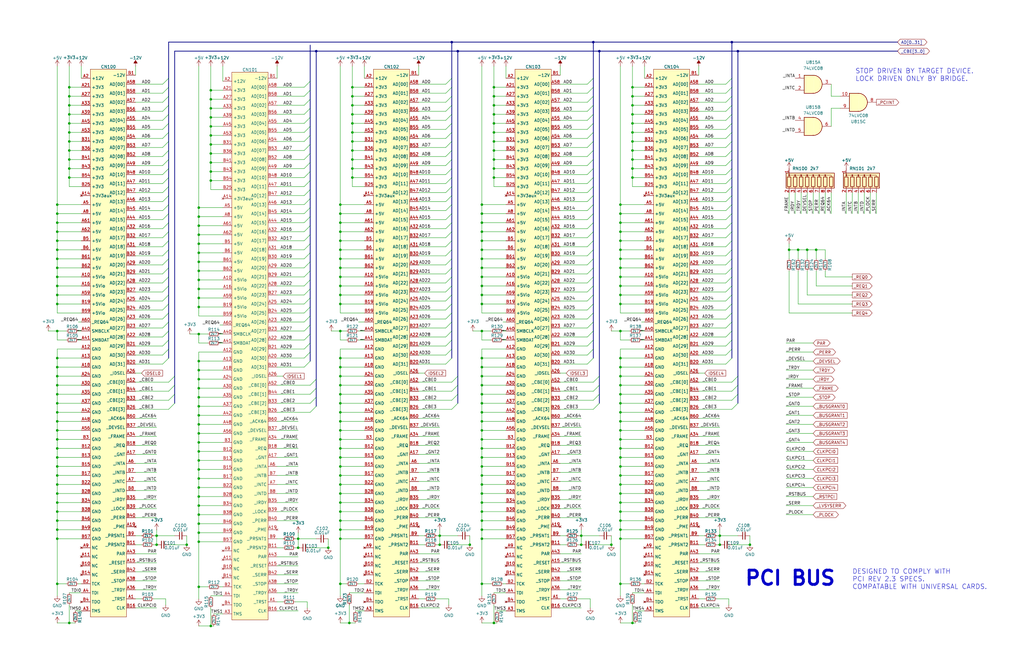
<source format=kicad_sch>
(kicad_sch (version 20231120) (generator "eeschema") (generator_version "8.0")
  (paper "USLedger")
  (title_block (title "AMIGA PCI") (date "2025-06-30") (rev "6.0"))
  (junction (at 88.9 76.2))
  (junction (at 88.9 60.96))
  (junction (at 203.2 173.99))
  (junction (at 203.2 170.18))
  (junction (at 83.82 125.73))
  (junction (at 24.13 154.94))
  (junction (at 143.51 105.41))
  (junction (at 24.13 139.7))
  (junction (at 203.2 208.28))
  (junction (at 148.59 52.07))
  (junction (at 261.62 166.37))
  (junction (at 143.51 166.37))
  (junction (at 203.2 90.17))
  (junction (at 83.82 160.02))
  (junction (at 311.15 21.59))
  (junction (at 83.82 140.97))
  (junction (at 261.62 128.27))
  (junction (at 83.82 106.68))
  (junction (at 83.82 167.64))
  (junction (at 24.13 151.13))
  (junction (at 143.51 185.42))
  (junction (at 83.82 186.69))
  (junction (at 143.51 128.27))
  (junction (at 148.59 48.26))
  (junction (at 208.28 48.26))
  (junction (at 83.82 163.83))
  (junction (at 266.7 262.89))
  (junction (at 24.13 105.41))
  (junction (at 24.13 177.8))
  (junction (at 203.2 204.47))
  (junction (at 143.51 193.04))
  (junction (at 208.28 67.31))
  (junction (at 24.13 101.6))
  (junction (at 143.51 101.6))
  (junction (at 83.82 102.87))
  (junction (at 203.2 151.13))
  (junction (at 261.62 170.18))
  (junction (at 261.62 90.17))
  (junction (at 261.62 189.23))
  (junction (at 261.62 154.94))
  (junction (at 83.82 228.6))
  (junction (at 83.82 220.98))
  (junction (at 24.13 109.22))
  (junction (at 83.82 224.79))
  (junction (at 266.7 40.64))
  (junction (at 24.13 90.17))
  (junction (at 83.82 114.3))
  (junction (at 83.82 156.21))
  (junction (at 143.51 162.56))
  (junction (at 266.7 48.26))
  (junction (at 203.2 181.61))
  (junction (at 148.59 55.88))
  (junction (at 143.51 177.8))
  (junction (at 261.62 185.42))
  (junction (at 24.13 185.42))
  (junction (at 261.62 227.33))
  (junction (at 83.82 110.49))
  (junction (at 261.62 193.04))
  (junction (at 83.82 91.44))
  (junction (at 203.2 189.23))
  (junction (at 138.43 231.14))
  (junction (at 29.21 74.93))
  (junction (at 24.13 113.03))
  (junction (at 24.13 166.37))
  (junction (at 185.42 226.06))
  (junction (at 83.82 129.54))
  (junction (at 83.82 171.45))
  (junction (at 203.2 124.46))
  (junction (at 143.51 154.94))
  (junction (at 148.59 67.31))
  (junction (at 24.13 227.33))
  (junction (at 83.82 209.55))
  (junction (at 143.51 204.47))
  (junction (at 29.21 55.88))
  (junction (at 143.51 181.61))
  (junction (at 148.59 44.45))
  (junction (at 252.73 21.59))
  (junction (at 261.62 196.85))
  (junction (at 261.62 177.8))
  (junction (at 24.13 97.79))
  (junction (at 203.2 166.37))
  (junction (at 83.82 182.88))
  (junction (at 266.7 44.45))
  (junction (at 344.17 105.41))
  (junction (at 208.28 59.69))
  (junction (at 203.2 215.9))
  (junction (at 24.13 223.52))
  (junction (at 24.13 200.66))
  (junction (at 261.62 246.38))
  (junction (at 24.13 93.98))
  (junction (at 148.59 36.83))
  (junction (at 24.13 162.56))
  (junction (at 203.2 162.56))
  (junction (at 24.13 193.04))
  (junction (at 148.59 59.69))
  (junction (at 88.9 49.53))
  (junction (at 203.2 109.22))
  (junction (at 261.62 139.7))
  (junction (at 303.53 226.06))
  (junction (at 261.62 173.99))
  (junction (at 261.62 223.52))
  (junction (at 203.2 185.42))
  (junction (at 83.82 247.65))
  (junction (at 261.62 151.13))
  (junction (at 340.36 105.41))
  (junction (at 143.51 86.36))
  (junction (at 208.28 63.5))
  (junction (at 143.51 196.85))
  (junction (at 261.62 113.03))
  (junction (at 261.62 93.98))
  (junction (at 83.82 95.25))
  (junction (at 203.2 223.52))
  (junction (at 143.51 139.7))
  (junction (at 245.11 229.87))
  (junction (at 83.82 194.31))
  (junction (at 24.13 219.71))
  (junction (at 316.23 229.87))
  (junction (at 24.13 189.23))
  (junction (at 143.51 208.28))
  (junction (at 88.9 264.16))
  (junction (at 261.62 120.65))
  (junction (at 143.51 90.17))
  (junction (at 143.51 97.79))
  (junction (at 203.2 200.66))
  (junction (at 261.62 219.71))
  (junction (at 203.2 93.98))
  (junction (at 208.28 40.64))
  (junction (at 83.82 179.07))
  (junction (at 203.2 154.94))
  (junction (at 66.04 226.06))
  (junction (at 143.51 215.9))
  (junction (at 143.51 113.03))
  (junction (at 29.21 262.89))
  (junction (at 203.2 212.09))
  (junction (at 88.9 68.58))
  (junction (at 143.51 212.09))
  (junction (at 261.62 181.61))
  (junction (at 66.04 229.87))
  (junction (at 148.59 63.5))
  (junction (at 24.13 181.61))
  (junction (at 143.51 116.84))
  (junction (at 208.28 71.12))
  (junction (at 88.9 38.1))
  (junction (at 208.28 52.07))
  (junction (at 29.21 71.12))
  (junction (at 24.13 86.36))
  (junction (at 193.04 21.59))
  (junction (at 250.19 17.78))
  (junction (at 208.28 262.89))
  (junction (at 88.9 64.77))
  (junction (at 125.73 231.14))
  (junction (at 257.81 229.87))
  (junction (at 266.7 36.83))
  (junction (at 203.2 113.03))
  (junction (at 143.51 219.71))
  (junction (at 203.2 193.04))
  (junction (at 266.7 63.5))
  (junction (at 88.9 57.15))
  (junction (at 261.62 200.66))
  (junction (at 143.51 158.75))
  (junction (at 148.59 40.64))
  (junction (at 266.7 71.12))
  (junction (at 24.13 120.65))
  (junction (at 143.51 200.66))
  (junction (at 24.13 128.27))
  (junction (at 261.62 158.75))
  (junction (at 261.62 109.22))
  (junction (at 245.11 226.06))
  (junction (at 203.2 120.65))
  (junction (at 203.2 158.75))
  (junction (at 83.82 213.36))
  (junction (at 83.82 99.06))
  (junction (at 203.2 227.33))
  (junction (at 208.28 36.83))
  (junction (at 261.62 116.84))
  (junction (at 24.13 246.38))
  (junction (at 261.62 97.79))
  (junction (at 24.13 208.28))
  (junction (at 203.2 246.38))
  (junction (at 266.7 59.69))
  (junction (at 24.13 215.9))
  (junction (at 83.82 217.17))
  (junction (at 83.82 190.5))
  (junction (at 133.35 21.59))
  (junction (at 303.53 229.87))
  (junction (at 143.51 93.98))
  (junction (at 203.2 105.41))
  (junction (at 336.55 105.41))
  (junction (at 125.73 227.33))
  (junction (at 266.7 52.07))
  (junction (at 143.51 223.52))
  (junction (at 208.28 55.88))
  (junction (at 83.82 121.92))
  (junction (at 83.82 201.93))
  (junction (at 24.13 173.99))
  (junction (at 29.21 67.31))
  (junction (at 143.51 124.46))
  (junction (at 266.7 74.93))
  (junction (at 261.62 215.9))
  (junction (at 148.59 71.12))
  (junction (at 332.74 105.41))
  (junction (at 261.62 124.46))
  (junction (at 190.5 17.78))
  (junction (at 261.62 212.09))
  (junction (at 143.51 109.22))
  (junction (at 29.21 48.26))
  (junction (at 261.62 86.36))
  (junction (at 261.62 204.47))
  (junction (at 203.2 219.71))
  (junction (at 308.61 17.78))
  (junction (at 24.13 124.46))
  (junction (at 266.7 55.88))
  (junction (at 147.32 262.89))
  (junction (at 203.2 177.8))
  (junction (at 29.21 52.07))
  (junction (at 261.62 208.28))
  (junction (at 208.28 44.45))
  (junction (at 83.82 175.26))
  (junction (at 203.2 97.79))
  (junction (at 83.82 152.4))
  (junction (at 143.51 227.33))
  (junction (at 78.74 229.87))
  (junction (at 24.13 158.75))
  (junction (at 88.9 53.34))
  (junction (at 24.13 170.18))
  (junction (at 29.21 63.5))
  (junction (at 143.51 151.13))
  (junction (at 24.13 212.09))
  (junction (at 83.82 87.63))
  (junction (at 208.28 74.93))
  (junction (at 198.12 229.87))
  (junction (at 143.51 189.23))
  (junction (at 143.51 170.18))
  (junction (at 143.51 120.65))
  (junction (at 24.13 116.84))
  (junction (at 203.2 139.7))
  (junction (at 143.51 173.99))
  (junction (at 185.42 229.87))
  (junction (at 29.21 59.69))
  (junction (at 203.2 128.27))
  (junction (at 261.62 105.41))
  (junction (at 266.7 67.31))
  (junction (at 261.62 162.56))
  (junction (at 203.2 86.36))
  (junction (at 83.82 205.74))
  (junction (at 88.9 41.91))
  (junction (at 203.2 101.6))
  (junction (at 88.9 45.72))
  (junction (at 203.2 116.84))
  (junction (at 83.82 118.11))
  (junction (at 203.2 196.85))
  (junction (at 29.21 36.83))
  (junction (at 261.62 101.6))
  (junction (at 29.21 40.64))
  (junction (at 24.13 204.47))
  (junction (at 24.13 196.85))
  (junction (at 83.82 198.12))
  (junction (at 29.21 44.45))
  (junction (at 143.51 246.38))
  (junction (at 148.59 74.93))
  (junction (at 88.9 72.39))
  (bus_entry (at 71.12 168.91) (size 2.54 -2.54))
  (bus_entry (at 128.27 151.13) (size 2.54 -2.54))
  (bus_entry (at 130.81 162.56) (size 2.54 -2.54))
  (bus_entry (at 306.07 46.99) (size 2.54 -2.54))
  (bus_entry (at 247.65 111.76) (size 2.54 -2.54))
  (bus_entry (at 306.07 96.52) (size 2.54 -2.54))
  (bus_entry (at 68.58 69.85) (size 2.54 -2.54))
  (bus_entry (at 306.07 35.56) (size 2.54 -2.54))
  (bus_entry (at 128.27 124.46) (size 2.54 -2.54))
  (bus_entry (at 187.96 73.66) (size 2.54 -2.54))
  (bus_entry (at 68.58 100.33) (size 2.54 -2.54))
  (bus_entry (at 250.19 165.1) (size 2.54 -2.54))
  (bus_entry (at 128.27 143.51) (size 2.54 -2.54))
  (bus_entry (at 247.65 100.33) (size 2.54 -2.54))
  (bus_entry (at 130.81 170.18) (size 2.54 -2.54))
  (bus_entry (at 306.07 81.28) (size 2.54 -2.54))
  (bus_entry (at 247.65 35.56) (size 2.54 -2.54))
  (bus_entry (at 187.96 96.52) (size 2.54 -2.54))
  (bus_entry (at 68.58 54.61) (size 2.54 -2.54))
  (bus_entry (at 306.07 92.71) (size 2.54 -2.54))
  (bus_entry (at 306.07 111.76) (size 2.54 -2.54))
  (bus_entry (at 128.27 55.88) (size 2.54 -2.54))
  (bus_entry (at 68.58 50.8) (size 2.54 -2.54))
  (bus_entry (at 247.65 77.47) (size 2.54 -2.54))
  (bus_entry (at 187.96 81.28) (size 2.54 -2.54))
  (bus_entry (at 250.19 172.72) (size 2.54 -2.54))
  (bus_entry (at 247.65 96.52) (size 2.54 -2.54))
  (bus_entry (at 247.65 134.62) (size 2.54 -2.54))
  (bus_entry (at 71.12 165.1) (size 2.54 -2.54))
  (bus_entry (at 187.96 138.43) (size 2.54 -2.54))
  (bus_entry (at 128.27 147.32) (size 2.54 -2.54))
  (bus_entry (at 306.07 77.47) (size 2.54 -2.54))
  (bus_entry (at 128.27 97.79) (size 2.54 -2.54))
  (bus_entry (at 187.96 39.37) (size 2.54 -2.54))
  (bus_entry (at 128.27 90.17) (size 2.54 -2.54))
  (bus_entry (at 128.27 105.41) (size 2.54 -2.54))
  (bus_entry (at 68.58 43.18) (size 2.54 -2.54))
  (bus_entry (at 247.65 115.57) (size 2.54 -2.54))
  (bus_entry (at 68.58 88.9) (size 2.54 -2.54))
  (bus_entry (at 68.58 46.99) (size 2.54 -2.54))
  (bus_entry (at 187.96 115.57) (size 2.54 -2.54))
  (bus_entry (at 128.27 63.5) (size 2.54 -2.54))
  (bus_entry (at 128.27 48.26) (size 2.54 -2.54))
  (bus_entry (at 68.58 111.76) (size 2.54 -2.54))
  (bus_entry (at 306.07 73.66) (size 2.54 -2.54))
  (bus_entry (at 187.96 134.62) (size 2.54 -2.54))
  (bus_entry (at 306.07 107.95) (size 2.54 -2.54))
  (bus_entry (at 247.65 107.95) (size 2.54 -2.54))
  (bus_entry (at 247.65 85.09) (size 2.54 -2.54))
  (bus_entry (at 128.27 52.07) (size 2.54 -2.54))
  (bus_entry (at 190.5 168.91) (size 2.54 -2.54))
  (bus_entry (at 306.07 134.62) (size 2.54 -2.54))
  (bus_entry (at 190.5 165.1) (size 2.54 -2.54))
  (bus_entry (at 68.58 123.19) (size 2.54 -2.54))
  (bus_entry (at 128.27 101.6) (size 2.54 -2.54))
  (bus_entry (at 247.65 54.61) (size 2.54 -2.54))
  (bus_entry (at 250.19 161.29) (size 2.54 -2.54))
  (bus_entry (at 247.65 69.85) (size 2.54 -2.54))
  (bus_entry (at 306.07 123.19) (size 2.54 -2.54))
  (bus_entry (at 306.07 119.38) (size 2.54 -2.54))
  (bus_entry (at 128.27 116.84) (size 2.54 -2.54))
  (bus_entry (at 187.96 35.56) (size 2.54 -2.54))
  (bus_entry (at 128.27 67.31) (size 2.54 -2.54))
  (bus_entry (at 128.27 36.83) (size 2.54 -2.54))
  (bus_entry (at 187.96 127) (size 2.54 -2.54))
  (bus_entry (at 247.65 66.04) (size 2.54 -2.54))
  (bus_entry (at 130.81 173.99) (size 2.54 -2.54))
  (bus_entry (at 247.65 50.8) (size 2.54 -2.54))
  (bus_entry (at 128.27 86.36) (size 2.54 -2.54))
  (bus_entry (at 68.58 146.05) (size 2.54 -2.54))
  (bus_entry (at 128.27 74.93) (size 2.54 -2.54))
  (bus_entry (at 187.96 123.19) (size 2.54 -2.54))
  (bus_entry (at 306.07 50.8) (size 2.54 -2.54))
  (bus_entry (at 128.27 135.89) (size 2.54 -2.54))
  (bus_entry (at 68.58 127) (size 2.54 -2.54))
  (bus_entry (at 306.07 153.67) (size 2.54 -2.54))
  (bus_entry (at 306.07 85.09) (size 2.54 -2.54))
  (bus_entry (at 68.58 130.81) (size 2.54 -2.54))
  (bus_entry (at 68.58 77.47) (size 2.54 -2.54))
  (bus_entry (at 247.65 149.86) (size 2.54 -2.54))
  (bus_entry (at 247.65 119.38) (size 2.54 -2.54))
  (bus_entry (at 68.58 142.24) (size 2.54 -2.54))
  (bus_entry (at 247.65 142.24) (size 2.54 -2.54))
  (bus_entry (at 247.65 104.14) (size 2.54 -2.54))
  (bus_entry (at 308.61 172.72) (size 2.54 -2.54))
  (bus_entry (at 247.65 88.9) (size 2.54 -2.54))
  (bus_entry (at 187.96 100.33) (size 2.54 -2.54))
  (bus_entry (at 306.07 39.37) (size 2.54 -2.54))
  (bus_entry (at 247.65 46.99) (size 2.54 -2.54))
  (bus_entry (at 68.58 58.42) (size 2.54 -2.54))
  (bus_entry (at 128.27 139.7) (size 2.54 -2.54))
  (bus_entry (at 250.19 168.91) (size 2.54 -2.54))
  (bus_entry (at 187.96 104.14) (size 2.54 -2.54))
  (bus_entry (at 68.58 104.14) (size 2.54 -2.54))
  (bus_entry (at 68.58 149.86) (size 2.54 -2.54))
  (bus_entry (at 68.58 119.38) (size 2.54 -2.54))
  (bus_entry (at 187.96 43.18) (size 2.54 -2.54))
  (bus_entry (at 128.27 82.55) (size 2.54 -2.54))
  (bus_entry (at 128.27 132.08) (size 2.54 -2.54))
  (bus_entry (at 128.27 71.12) (size 2.54 -2.54))
  (bus_entry (at 68.58 92.71) (size 2.54 -2.54))
  (bus_entry (at 306.07 142.24) (size 2.54 -2.54))
  (bus_entry (at 187.96 69.85) (size 2.54 -2.54))
  (bus_entry (at 128.27 109.22) (size 2.54 -2.54))
  (bus_entry (at 306.07 115.57) (size 2.54 -2.54))
  (bus_entry (at 306.07 88.9) (size 2.54 -2.54))
  (bus_entry (at 128.27 93.98) (size 2.54 -2.54))
  (bus_entry (at 306.07 149.86) (size 2.54 -2.54))
  (bus_entry (at 247.65 58.42) (size 2.54 -2.54))
  (bus_entry (at 247.65 39.37) (size 2.54 -2.54))
  (bus_entry (at 187.96 54.61) (size 2.54 -2.54))
  (bus_entry (at 308.61 165.1) (size 2.54 -2.54))
  (bus_entry (at 306.07 43.18) (size 2.54 -2.54))
  (bus_entry (at 128.27 59.69) (size 2.54 -2.54))
  (bus_entry (at 247.65 123.19) (size 2.54 -2.54))
  (bus_entry (at 128.27 40.64) (size 2.54 -2.54))
  (bus_entry (at 247.65 81.28) (size 2.54 -2.54))
  (bus_entry (at 187.96 46.99) (size 2.54 -2.54))
  (bus_entry (at 247.65 73.66) (size 2.54 -2.54))
  (bus_entry (at 68.58 115.57) (size 2.54 -2.54))
  (bus_entry (at 71.12 161.29) (size 2.54 -2.54))
  (bus_entry (at 247.65 153.67) (size 2.54 -2.54))
  (bus_entry (at 187.96 111.76) (size 2.54 -2.54))
  (bus_entry (at 306.07 138.43) (size 2.54 -2.54))
  (bus_entry (at 190.5 161.29) (size 2.54 -2.54))
  (bus_entry (at 190.5 172.72) (size 2.54 -2.54))
  (bus_entry (at 68.58 153.67) (size 2.54 -2.54))
  (bus_entry (at 247.65 92.71) (size 2.54 -2.54))
  (bus_entry (at 128.27 128.27) (size 2.54 -2.54))
  (bus_entry (at 306.07 66.04) (size 2.54 -2.54))
  (bus_entry (at 187.96 85.09) (size 2.54 -2.54))
  (bus_entry (at 68.58 73.66) (size 2.54 -2.54))
  (bus_entry (at 68.58 81.28) (size 2.54 -2.54))
  (bus_entry (at 68.58 138.43) (size 2.54 -2.54))
  (bus_entry (at 187.96 146.05) (size 2.54 -2.54))
  (bus_entry (at 247.65 62.23) (size 2.54 -2.54))
  (bus_entry (at 187.96 92.71) (size 2.54 -2.54))
  (bus_entry (at 187.96 142.24) (size 2.54 -2.54))
  (bus_entry (at 187.96 119.38) (size 2.54 -2.54))
  (bus_entry (at 68.58 39.37) (size 2.54 -2.54))
  (bus_entry (at 306.07 130.81) (size 2.54 -2.54))
  (bus_entry (at 306.07 104.14) (size 2.54 -2.54))
  (bus_entry (at 68.58 96.52) (size 2.54 -2.54))
  (bus_entry (at 187.96 88.9) (size 2.54 -2.54))
  (bus_entry (at 71.12 172.72) (size 2.54 -2.54))
  (bus_entry (at 247.65 138.43) (size 2.54 -2.54))
  (bus_entry (at 68.58 107.95) (size 2.54 -2.54))
  (bus_entry (at 187.96 58.42) (size 2.54 -2.54))
  (bus_entry (at 128.27 154.94) (size 2.54 -2.54))
  (bus_entry (at 306.07 146.05) (size 2.54 -2.54))
  (bus_entry (at 187.96 62.23) (size 2.54 -2.54))
  (bus_entry (at 306.07 62.23) (size 2.54 -2.54))
  (bus_entry (at 187.96 130.81) (size 2.54 -2.54))
  (bus_entry (at 187.96 77.47) (size 2.54 -2.54))
  (bus_entry (at 68.58 35.56) (size 2.54 -2.54))
  (bus_entry (at 128.27 113.03) (size 2.54 -2.54))
  (bus_entry (at 306.07 127) (size 2.54 -2.54))
  (bus_entry (at 308.61 161.29) (size 2.54 -2.54))
  (bus_entry (at 128.27 44.45) (size 2.54 -2.54))
  (bus_entry (at 68.58 66.04) (size 2.54 -2.54))
  (bus_entry (at 68.58 134.62) (size 2.54 -2.54))
  (bus_entry (at 128.27 78.74) (size 2.54 -2.54))
  (bus_entry (at 130.81 166.37) (size 2.54 -2.54))
  (bus_entry (at 247.65 146.05) (size 2.54 -2.54))
  (bus_entry (at 306.07 58.42) (size 2.54 -2.54))
  (bus_entry (at 68.58 62.23) (size 2.54 -2.54))
  (bus_entry (at 247.65 130.81) (size 2.54 -2.54))
  (bus_entry (at 247.65 43.18) (size 2.54 -2.54))
  (bus_entry (at 187.96 149.86) (size 2.54 -2.54))
  (bus_entry (at 68.58 85.09) (size 2.54 -2.54))
  (bus_entry (at 306.07 100.33) (size 2.54 -2.54))
  (bus_entry (at 187.96 50.8) (size 2.54 -2.54))
  (bus_entry (at 187.96 66.04) (size 2.54 -2.54))
  (bus_entry (at 306.07 69.85) (size 2.54 -2.54))
  (bus_entry (at 128.27 120.65) (size 2.54 -2.54))
  (bus_entry (at 187.96 153.67) (size 2.54 -2.54))
  (bus_entry (at 306.07 54.61) (size 2.54 -2.54))
  (bus_entry (at 247.65 127) (size 2.54 -2.54))
  (bus_entry (at 308.61 168.91) (size 2.54 -2.54))
  (bus_entry (at 187.96 107.95) (size 2.54 -2.54))
  (bus (pts (xy 190.5 82.55) (xy 190.5 86.36)))
  (wire (pts (xy 176.53 195.58) (xy 185.42 195.58)))
  (wire (pts (xy 143.51 181.61) (xy 143.51 185.42)))
  (wire (pts (xy 208.28 52.07) (xy 208.28 55.88)))
  (wire (pts (xy 245.11 223.52) (xy 245.11 226.06)))
  (wire (pts (xy 116.84 254) (xy 119.38 254)))
  (wire (pts (xy 208.28 48.26) (xy 213.36 48.26)))
  (wire (pts (xy 350.52 40.64) (xy 354.33 40.64)))
  (bus (pts (xy 130.81 80.01) (xy 130.81 83.82)))
  (wire (pts (xy 203.2 90.17) (xy 203.2 86.36)))
  (wire (pts (xy 143.51 166.37) (xy 153.67 166.37)))
  (wire (pts (xy 88.9 64.77) (xy 93.98 64.77)))
  (wire (pts (xy 24.13 124.46) (xy 34.29 124.46)))
  (wire (pts (xy 116.84 166.37) (xy 130.81 166.37)))
  (wire (pts (xy 344.17 105.41) (xy 340.36 105.41)))
  (wire (pts (xy 24.13 101.6) (xy 24.13 97.79)))
  (wire (pts (xy 203.2 185.42) (xy 213.36 185.42)))
  (wire (pts (xy 24.13 97.79) (xy 24.13 93.98)))
  (wire (pts (xy 83.82 118.11) (xy 93.98 118.11)))
  (wire (pts (xy 261.62 120.65) (xy 261.62 116.84)))
  (wire (pts (xy 331.47 213.36) (xy 342.9 213.36)))
  (wire (pts (xy 83.82 144.78) (xy 87.63 144.78)))
  (bus (pts (xy 308.61 113.03) (xy 308.61 116.84)))
  (wire (pts (xy 33.02 246.38) (xy 34.29 246.38)))
  (wire (pts (xy 57.15 58.42) (xy 68.58 58.42)))
  (wire (pts (xy 24.13 113.03) (xy 24.13 109.22)))
  (wire (pts (xy 88.9 38.1) (xy 88.9 41.91)))
  (wire (pts (xy 176.53 214.63) (xy 185.42 214.63)))
  (wire (pts (xy 83.82 102.87) (xy 83.82 99.06)))
  (bus (pts (xy 71.12 40.64) (xy 71.12 44.45)))
  (wire (pts (xy 294.64 187.96) (xy 303.53 187.96)))
  (bus (pts (xy 130.81 53.34) (xy 130.81 57.15)))
  (wire (pts (xy 88.9 60.96) (xy 93.98 60.96)))
  (wire (pts (xy 29.21 44.45) (xy 29.21 48.26)))
  (wire (pts (xy 83.82 91.44) (xy 93.98 91.44)))
  (wire (pts (xy 69.85 252.73) (xy 69.85 255.27)))
  (wire (pts (xy 83.82 129.54) (xy 83.82 125.73)))
  (bus (pts (xy 311.15 166.37) (xy 311.15 170.18)))
  (wire (pts (xy 24.13 90.17) (xy 24.13 86.36)))
  (wire (pts (xy 24.13 132.08) (xy 24.13 128.27)))
  (wire (pts (xy 57.15 81.28) (xy 68.58 81.28)))
  (bus (pts (xy 308.61 74.93) (xy 308.61 78.74)))
  (wire (pts (xy 29.21 40.64) (xy 34.29 40.64)))
  (bus (pts (xy 190.5 147.32) (xy 190.5 151.13)))
  (wire (pts (xy 143.51 189.23) (xy 143.51 193.04)))
  (bus (pts (xy 133.35 160.02) (xy 133.35 163.83)))
  (wire (pts (xy 83.82 114.3) (xy 83.82 110.49)))
  (wire (pts (xy 24.13 223.52) (xy 24.13 227.33)))
  (wire (pts (xy 236.22 77.47) (xy 247.65 77.47)))
  (wire (pts (xy 261.62 170.18) (xy 271.78 170.18)))
  (wire (pts (xy 116.84 147.32) (xy 128.27 147.32)))
  (wire (pts (xy 266.7 55.88) (xy 266.7 59.69)))
  (wire (pts (xy 203.2 212.09) (xy 213.36 212.09)))
  (bus (pts (xy 190.5 17.78) (xy 190.5 33.02)))
  (wire (pts (xy 90.17 259.08) (xy 93.98 259.08)))
  (wire (pts (xy 294.64 184.15) (xy 303.53 184.15)))
  (bus (pts (xy 71.12 139.7) (xy 71.12 143.51)))
  (wire (pts (xy 29.21 52.07) (xy 34.29 52.07)))
  (wire (pts (xy 29.21 71.12) (xy 34.29 71.12)))
  (wire (pts (xy 261.62 113.03) (xy 271.78 113.03)))
  (wire (pts (xy 116.84 78.74) (xy 128.27 78.74)))
  (wire (pts (xy 24.13 162.56) (xy 24.13 166.37)))
  (wire (pts (xy 266.7 44.45) (xy 271.78 44.45)))
  (wire (pts (xy 24.13 154.94) (xy 24.13 158.75)))
  (wire (pts (xy 257.81 139.7) (xy 261.62 139.7)))
  (bus (pts (xy 308.61 33.02) (xy 308.61 17.78)))
  (wire (pts (xy 57.15 149.86) (xy 68.58 149.86)))
  (bus (pts (xy 250.19 116.84) (xy 250.19 120.65)))
  (bus (pts (xy 308.61 44.45) (xy 308.61 48.26)))
  (wire (pts (xy 294.64 39.37) (xy 306.07 39.37)))
  (wire (pts (xy 176.53 176.53) (xy 185.42 176.53)))
  (wire (pts (xy 143.51 27.94) (xy 143.51 86.36)))
  (wire (pts (xy 129.54 254) (xy 124.46 254)))
  (wire (pts (xy 261.62 166.37) (xy 271.78 166.37)))
  (wire (pts (xy 176.53 43.18) (xy 187.96 43.18)))
  (wire (pts (xy 236.22 39.37) (xy 247.65 39.37)))
  (wire (pts (xy 294.64 142.24) (xy 306.07 142.24)))
  (bus (pts (xy 71.12 120.65) (xy 71.12 124.46)))
  (bus (pts (xy 311.15 21.59) (xy 378.46 21.59)))
  (wire (pts (xy 83.82 95.25) (xy 93.98 95.25)))
  (wire (pts (xy 332.74 132.08) (xy 332.74 114.3)))
  (wire (pts (xy 294.64 62.23) (xy 306.07 62.23)))
  (wire (pts (xy 176.53 46.99) (xy 187.96 46.99)))
  (wire (pts (xy 143.51 177.8) (xy 153.67 177.8)))
  (wire (pts (xy 236.22 81.28) (xy 247.65 81.28)))
  (wire (pts (xy 116.84 40.64) (xy 128.27 40.64)))
  (bus (pts (xy 73.66 21.59) (xy 133.35 21.59)))
  (wire (pts (xy 203.2 151.13) (xy 203.2 154.94)))
  (bus (pts (xy 190.5 120.65) (xy 190.5 124.46)))
  (wire (pts (xy 153.67 27.94) (xy 153.67 33.02)))
  (wire (pts (xy 57.15 27.94) (xy 57.15 31.75)))
  (wire (pts (xy 143.51 185.42) (xy 143.51 189.23)))
  (bus (pts (xy 130.81 118.11) (xy 130.81 121.92)))
  (wire (pts (xy 176.53 256.54) (xy 185.42 256.54)))
  (wire (pts (xy 143.51 132.08) (xy 143.51 128.27)))
  (wire (pts (xy 24.13 181.61) (xy 24.13 185.42)))
  (wire (pts (xy 236.22 50.8) (xy 247.65 50.8)))
  (bus (pts (xy 130.81 110.49) (xy 130.81 114.3)))
  (bus (pts (xy 71.12 132.08) (xy 71.12 135.89)))
  (wire (pts (xy 143.51 154.94) (xy 153.67 154.94)))
  (wire (pts (xy 261.62 93.98) (xy 271.78 93.98)))
  (wire (pts (xy 148.59 27.94) (xy 148.59 36.83)))
  (wire (pts (xy 83.82 163.83) (xy 83.82 167.64)))
  (wire (pts (xy 176.53 62.23) (xy 187.96 62.23)))
  (bus (pts (xy 308.61 33.02) (xy 308.61 36.83)))
  (bus (pts (xy 190.5 135.89) (xy 190.5 139.7)))
  (wire (pts (xy 176.53 153.67) (xy 187.96 153.67)))
  (wire (pts (xy 83.82 148.59) (xy 83.82 152.4)))
  (wire (pts (xy 203.2 90.17) (xy 213.36 90.17)))
  (bus (pts (xy 250.19 120.65) (xy 250.19 124.46)))
  (wire (pts (xy 88.9 256.54) (xy 88.9 264.16)))
  (wire (pts (xy 266.7 36.83) (xy 271.78 36.83)))
  (wire (pts (xy 236.22 100.33) (xy 247.65 100.33)))
  (wire (pts (xy 116.84 246.38) (xy 125.73 246.38)))
  (wire (pts (xy 243.84 226.06) (xy 245.11 226.06)))
  (wire (pts (xy 203.2 162.56) (xy 203.2 166.37)))
  (wire (pts (xy 261.62 154.94) (xy 271.78 154.94)))
  (bus (pts (xy 71.12 135.89) (xy 71.12 139.7)))
  (wire (pts (xy 261.62 162.56) (xy 271.78 162.56)))
  (bus (pts (xy 250.19 128.27) (xy 250.19 132.08)))
  (wire (pts (xy 57.15 214.63) (xy 66.04 214.63)))
  (wire (pts (xy 294.64 195.58) (xy 303.53 195.58)))
  (wire (pts (xy 83.82 179.07) (xy 83.82 182.88)))
  (wire (pts (xy 261.62 196.85) (xy 271.78 196.85)))
  (wire (pts (xy 143.51 223.52) (xy 143.51 227.33)))
  (wire (pts (xy 116.84 181.61) (xy 125.73 181.61)))
  (wire (pts (xy 361.95 81.28) (xy 361.95 90.17)))
  (wire (pts (xy 29.21 36.83) (xy 34.29 36.83)))
  (wire (pts (xy 266.7 59.69) (xy 266.7 63.5)))
  (wire (pts (xy 203.2 113.03) (xy 203.2 109.22)))
  (wire (pts (xy 88.9 41.91) (xy 93.98 41.91)))
  (wire (pts (xy 203.2 109.22) (xy 213.36 109.22)))
  (wire (pts (xy 236.22 149.86) (xy 247.65 149.86)))
  (wire (pts (xy 83.82 201.93) (xy 93.98 201.93)))
  (wire (pts (xy 176.53 100.33) (xy 187.96 100.33)))
  (wire (pts (xy 367.03 81.28) (xy 367.03 90.17)))
  (wire (pts (xy 208.28 250.19) (xy 213.36 250.19)))
  (wire (pts (xy 143.51 116.84) (xy 143.51 113.03)))
  (wire (pts (xy 203.2 128.27) (xy 203.2 124.46)))
  (wire (pts (xy 29.21 40.64) (xy 29.21 44.45)))
  (wire (pts (xy 64.77 229.87) (xy 66.04 229.87)))
  (wire (pts (xy 294.64 241.3) (xy 303.53 241.3)))
  (wire (pts (xy 261.62 124.46) (xy 261.62 120.65)))
  (wire (pts (xy 149.86 257.81) (xy 153.67 257.81)))
  (wire (pts (xy 83.82 186.69) (xy 93.98 186.69)))
  (wire (pts (xy 236.22 35.56) (xy 247.65 35.56)))
  (wire (pts (xy 266.7 255.27) (xy 266.7 262.89)))
  (bus (pts (xy 130.81 72.39) (xy 130.81 76.2)))
  (wire (pts (xy 208.28 67.31) (xy 213.36 67.31)))
  (wire (pts (xy 261.62 177.8) (xy 271.78 177.8)))
  (wire (pts (xy 143.51 105.41) (xy 153.67 105.41)))
  (wire (pts (xy 83.82 125.73) (xy 93.98 125.73)))
  (bus (pts (xy 308.61 67.31) (xy 308.61 71.12)))
  (bus (pts (xy 71.12 113.03) (xy 71.12 116.84)))
  (bus (pts (xy 308.61 90.17) (xy 308.61 93.98)))
  (wire (pts (xy 83.82 182.88) (xy 83.82 186.69)))
  (wire (pts (xy 125.73 227.33) (xy 125.73 231.14)))
  (wire (pts (xy 143.51 151.13) (xy 153.67 151.13)))
  (wire (pts (xy 261.62 90.17) (xy 271.78 90.17)))
  (wire (pts (xy 92.71 140.97) (xy 93.98 140.97)))
  (wire (pts (xy 176.53 191.77) (xy 185.42 191.77)))
  (wire (pts (xy 83.82 224.79) (xy 93.98 224.79)))
  (wire (pts (xy 294.64 134.62) (xy 306.07 134.62)))
  (wire (pts (xy 208.28 48.26) (xy 208.28 52.07)))
  (wire (pts (xy 57.15 85.09) (xy 68.58 85.09)))
  (wire (pts (xy 294.64 130.81) (xy 306.07 130.81)))
  (wire (pts (xy 208.28 55.88) (xy 208.28 59.69)))
  (wire (pts (xy 208.28 59.69) (xy 213.36 59.69)))
  (wire (pts (xy 143.51 124.46) (xy 143.51 120.65)))
  (wire (pts (xy 270.51 246.38) (xy 271.78 246.38)))
  (wire (pts (xy 302.26 226.06) (xy 303.53 226.06)))
  (wire (pts (xy 57.15 50.8) (xy 68.58 50.8)))
  (wire (pts (xy 83.82 205.74) (xy 93.98 205.74)))
  (wire (pts (xy 57.15 248.92) (xy 66.04 248.92)))
  (wire (pts (xy 143.51 215.9) (xy 153.67 215.9)))
  (wire (pts (xy 83.82 163.83) (xy 93.98 163.83)))
  (wire (pts (xy 294.64 191.77) (xy 303.53 191.77)))
  (wire (pts (xy 347.98 109.22) (xy 347.98 105.41)))
  (wire (pts (xy 83.82 217.17) (xy 93.98 217.17)))
  (wire (pts (xy 337.82 81.28) (xy 337.82 90.17)))
  (wire (pts (xy 57.15 180.34) (xy 66.04 180.34)))
  (wire (pts (xy 57.15 104.14) (xy 68.58 104.14)))
  (wire (pts (xy 203.2 162.56) (xy 213.36 162.56)))
  (wire (pts (xy 203.2 200.66) (xy 203.2 204.47)))
  (wire (pts (xy 24.13 158.75) (xy 24.13 162.56)))
  (wire (pts (xy 143.51 143.51) (xy 146.05 143.51)))
  (wire (pts (xy 236.22 142.24) (xy 247.65 142.24)))
  (wire (pts (xy 203.2 93.98) (xy 213.36 93.98)))
  (wire (pts (xy 29.21 59.69) (xy 34.29 59.69)))
  (wire (pts (xy 24.13 262.89) (xy 29.21 262.89)))
  (wire (pts (xy 261.62 101.6) (xy 261.62 97.79)))
  (wire (pts (xy 294.64 229.87) (xy 297.18 229.87)))
  (wire (pts (xy 29.21 74.93) (xy 34.29 74.93)))
  (bus (pts (xy 130.81 68.58) (xy 130.81 72.39)))
  (wire (pts (xy 24.13 212.09) (xy 34.29 212.09)))
  (wire (pts (xy 148.59 52.07) (xy 148.59 55.88)))
  (wire (pts (xy 24.13 200.66) (xy 34.29 200.66)))
  (bus (pts (xy 190.5 55.88) (xy 190.5 59.69)))
  (wire (pts (xy 83.82 220.98) (xy 93.98 220.98)))
  (bus (pts (xy 190.5 74.93) (xy 190.5 78.74)))
  (wire (pts (xy 176.53 111.76) (xy 187.96 111.76)))
  (wire (pts (xy 29.21 55.88) (xy 34.29 55.88)))
  (wire (pts (xy 88.9 68.58) (xy 88.9 72.39)))
  (wire (pts (xy 143.51 189.23) (xy 153.67 189.23)))
  (wire (pts (xy 236.22 66.04) (xy 247.65 66.04)))
  (wire (pts (xy 236.22 58.42) (xy 247.65 58.42)))
  (bus (pts (xy 190.5 59.69) (xy 190.5 63.5)))
  (wire (pts (xy 266.7 48.26) (xy 266.7 52.07)))
  (wire (pts (xy 29.21 48.26) (xy 29.21 52.07)))
  (wire (pts (xy 143.51 219.71) (xy 143.51 223.52)))
  (wire (pts (xy 78.74 229.87) (xy 78.74 226.06)))
  (wire (pts (xy 116.84 120.65) (xy 128.27 120.65)))
  (wire (pts (xy 294.64 43.18) (xy 306.07 43.18)))
  (bus (pts (xy 71.12 97.79) (xy 71.12 101.6)))
  (wire (pts (xy 345.44 81.28) (xy 345.44 90.17)))
  (wire (pts (xy 203.2 215.9) (xy 203.2 219.71)))
  (wire (pts (xy 24.13 162.56) (xy 34.29 162.56)))
  (wire (pts (xy 176.53 123.19) (xy 187.96 123.19)))
  (wire (pts (xy 176.53 229.87) (xy 179.07 229.87)))
  (bus (pts (xy 190.5 128.27) (xy 190.5 132.08)))
  (wire (pts (xy 261.62 215.9) (xy 271.78 215.9)))
  (wire (pts (xy 116.84 151.13) (xy 128.27 151.13)))
  (wire (pts (xy 261.62 97.79) (xy 261.62 93.98)))
  (wire (pts (xy 57.15 146.05) (xy 68.58 146.05)))
  (wire (pts (xy 143.51 93.98) (xy 153.67 93.98)))
  (wire (pts (xy 116.84 59.69) (xy 128.27 59.69)))
  (wire (pts (xy 266.7 71.12) (xy 271.78 71.12)))
  (wire (pts (xy 83.82 198.12) (xy 83.82 201.93)))
  (wire (pts (xy 83.82 129.54) (xy 93.98 129.54)))
  (wire (pts (xy 303.53 223.52) (xy 303.53 226.06)))
  (wire (pts (xy 354.33 45.72) (xy 350.52 45.72)))
  (bus (pts (xy 190.5 116.84) (xy 190.5 120.65)))
  (wire (pts (xy 147.32 255.27) (xy 147.32 262.89)))
  (wire (pts (xy 294.64 165.1) (xy 308.61 165.1)))
  (wire (pts (xy 57.15 39.37) (xy 68.58 39.37)))
  (wire (pts (xy 116.84 212.09) (xy 125.73 212.09)))
  (wire (pts (xy 148.59 40.64) (xy 148.59 44.45)))
  (wire (pts (xy 294.64 85.09) (xy 306.07 85.09)))
  (wire (pts (xy 24.13 27.94) (xy 24.13 86.36)))
  (wire (pts (xy 213.36 132.08) (xy 203.2 132.08)))
  (bus (pts (xy 71.12 124.46) (xy 71.12 128.27)))
  (wire (pts (xy 271.78 78.74) (xy 266.7 78.74)))
  (bus (pts (xy 252.73 21.59) (xy 311.15 21.59)))
  (wire (pts (xy 29.21 250.19) (xy 34.29 250.19)))
  (wire (pts (xy 271.78 27.94) (xy 271.78 33.02)))
  (wire (pts (xy 266.7 48.26) (xy 271.78 48.26)))
  (wire (pts (xy 116.84 193.04) (xy 125.73 193.04)))
  (wire (pts (xy 236.22 195.58) (xy 245.11 195.58)))
  (wire (pts (xy 236.22 187.96) (xy 245.11 187.96)))
  (wire (pts (xy 203.2 154.94) (xy 203.2 158.75)))
  (wire (pts (xy 116.84 170.18) (xy 130.81 170.18)))
  (wire (pts (xy 261.62 158.75) (xy 271.78 158.75)))
  (wire (pts (xy 83.82 152.4) (xy 83.82 156.21)))
  (wire (pts (xy 83.82 118.11) (xy 83.82 114.3)))
  (wire (pts (xy 88.9 57.15) (xy 93.98 57.15)))
  (wire (pts (xy 184.15 229.87) (xy 185.42 229.87)))
  (wire (pts (xy 342.9 81.28) (xy 342.9 90.17)))
  (wire (pts (xy 261.62 166.37) (xy 261.62 170.18)))
  (wire (pts (xy 266.7 59.69) (xy 271.78 59.69)))
  (wire (pts (xy 24.13 212.09) (xy 24.13 215.9)))
  (wire (pts (xy 270.51 143.51) (xy 271.78 143.51)))
  (wire (pts (xy 176.53 149.86) (xy 187.96 149.86)))
  (wire (pts (xy 261.62 196.85) (xy 261.62 200.66)))
  (bus (pts (xy 193.04 21.59) (xy 252.73 21.59)))
  (wire (pts (xy 116.84 135.89) (xy 128.27 135.89)))
  (wire (pts (xy 57.15 115.57) (xy 68.58 115.57)))
  (wire (pts (xy 143.51 185.42) (xy 153.67 185.42)))
  (wire (pts (xy 148.59 74.93) (xy 148.59 78.74)))
  (wire (pts (xy 143.51 113.03) (xy 143.51 109.22)))
  (wire (pts (xy 57.15 168.91) (xy 71.12 168.91)))
  (wire (pts (xy 331.47 198.12) (xy 342.9 198.12)))
  (wire (pts (xy 331.47 152.4) (xy 342.9 152.4)))
  (bus (pts (xy 71.12 17.78) (xy 190.5 17.78)))
  (wire (pts (xy 148.59 71.12) (xy 153.67 71.12)))
  (wire (pts (xy 236.22 27.94) (xy 236.22 31.75)))
  (wire (pts (xy 332.74 105.41) (xy 332.74 109.22)))
  (wire (pts (xy 83.82 121.92) (xy 93.98 121.92)))
  (wire (pts (xy 29.21 63.5) (xy 29.21 67.31)))
  (wire (pts (xy 93.98 80.01) (xy 88.9 80.01)))
  (wire (pts (xy 203.2 193.04) (xy 213.36 193.04)))
  (wire (pts (xy 88.9 68.58) (xy 93.98 68.58)))
  (wire (pts (xy 236.22 127) (xy 247.65 127)))
  (wire (pts (xy 213.36 78.74) (xy 208.28 78.74)))
  (wire (pts (xy 116.84 143.51) (xy 128.27 143.51)))
  (wire (pts (xy 245.11 226.06) (xy 252.73 226.06)))
  (wire (pts (xy 24.13 189.23) (xy 34.29 189.23)))
  (wire (pts (xy 208.28 27.94) (xy 208.28 36.83)))
  (wire (pts (xy 148.59 55.88) (xy 153.67 55.88)))
  (wire (pts (xy 29.21 67.31) (xy 29.21 71.12)))
  (wire (pts (xy 116.84 128.27) (xy 128.27 128.27)))
  (wire (pts (xy 143.51 120.65) (xy 153.67 120.65)))
  (wire (pts (xy 57.15 138.43) (xy 68.58 138.43)))
  (wire (pts (xy 294.64 119.38) (xy 306.07 119.38)))
  (wire (pts (xy 57.15 46.99) (xy 68.58 46.99)))
  (wire (pts (xy 203.2 246.38) (xy 203.2 251.46)))
  (wire (pts (xy 24.13 109.22) (xy 24.13 105.41)))
  (bus (pts (xy 73.66 166.37) (xy 73.66 170.18)))
  (wire (pts (xy 83.82 228.6) (xy 83.82 247.65)))
  (wire (pts (xy 57.15 134.62) (xy 68.58 134.62)))
  (wire (pts (xy 331.47 156.21) (xy 342.9 156.21)))
  (wire (pts (xy 176.53 203.2) (xy 185.42 203.2)))
  (wire (pts (xy 116.84 227.33) (xy 119.38 227.33)))
  (wire (pts (xy 203.2 212.09) (xy 203.2 215.9)))
  (wire (pts (xy 83.82 160.02) (xy 83.82 163.83)))
  (wire (pts (xy 57.15 233.68) (xy 66.04 233.68)))
  (bus (pts (xy 130.81 144.78) (xy 130.81 148.59)))
  (wire (pts (xy 83.82 121.92) (xy 83.82 118.11)))
  (wire (pts (xy 83.82 95.25) (xy 83.82 91.44)))
  (wire (pts (xy 176.53 210.82) (xy 185.42 210.82)))
  (bus (pts (xy 308.61 93.98) (xy 308.61 97.79)))
  (wire (pts (xy 143.51 170.18) (xy 143.51 173.99)))
  (wire (pts (xy 143.51 97.79) (xy 153.67 97.79)))
  (wire (pts (xy 236.22 252.73) (xy 238.76 252.73)))
  (wire (pts (xy 24.13 93.98) (xy 34.29 93.98)))
  (wire (pts (xy 24.13 139.7) (xy 27.94 139.7)))
  (wire (pts (xy 57.15 176.53) (xy 66.04 176.53)))
  (wire (pts (xy 203.2 246.38) (xy 207.01 246.38)))
  (wire (pts (xy 116.84 132.08) (xy 128.27 132.08)))
  (wire (pts (xy 83.82 228.6) (xy 93.98 228.6)))
  (bus (pts (xy 130.81 19.05) (xy 130.81 34.29)))
  (bus (pts (xy 250.19 74.93) (xy 250.19 78.74)))
  (wire (pts (xy 261.62 143.51) (xy 265.43 143.51)))
  (wire (pts (xy 331.47 167.64) (xy 342.9 167.64)))
  (wire (pts (xy 369.57 81.28) (xy 369.57 90.17)))
  (bus (pts (xy 71.12 143.51) (xy 71.12 147.32)))
  (wire (pts (xy 261.62 158.75) (xy 261.62 162.56)))
  (wire (pts (xy 203.2 196.85) (xy 203.2 200.66)))
  (wire (pts (xy 57.15 252.73) (xy 59.69 252.73)))
  (wire (pts (xy 57.15 203.2) (xy 66.04 203.2)))
  (bus (pts (xy 190.5 48.26) (xy 190.5 52.07)))
  (wire (pts (xy 294.64 92.71) (xy 306.07 92.71)))
  (wire (pts (xy 176.53 187.96) (xy 185.42 187.96)))
  (wire (pts (xy 294.64 252.73) (xy 297.18 252.73)))
  (wire (pts (xy 203.2 204.47) (xy 213.36 204.47)))
  (wire (pts (xy 24.13 173.99) (xy 24.13 177.8)))
  (bus (pts (xy 308.61 82.55) (xy 308.61 86.36)))
  (wire (pts (xy 116.84 204.47) (xy 125.73 204.47)))
  (wire (pts (xy 24.13 90.17) (xy 34.29 90.17)))
  (wire (pts (xy 340.36 105.41) (xy 340.36 109.22)))
  (wire (pts (xy 148.59 52.07) (xy 153.67 52.07)))
  (wire (pts (xy 143.51 109.22) (xy 153.67 109.22)))
  (bus (pts (xy 250.19 40.64) (xy 250.19 44.45)))
  (bus (pts (xy 190.5 143.51) (xy 190.5 147.32)))
  (wire (pts (xy 176.53 81.28) (xy 187.96 81.28)))
  (bus (pts (xy 193.04 158.75) (xy 193.04 162.56)))
  (wire (pts (xy 236.22 210.82) (xy 245.11 210.82)))
  (wire (pts (xy 143.51 105.41) (xy 143.51 101.6)))
  (wire (pts (xy 71.12 229.87) (xy 78.74 229.87)))
  (wire (pts (xy 143.51 196.85) (xy 143.51 200.66)))
  (wire (pts (xy 24.13 246.38) (xy 27.94 246.38)))
  (wire (pts (xy 24.13 200.66) (xy 24.13 204.47)))
  (wire (pts (xy 83.82 140.97) (xy 83.82 144.78)))
  (wire (pts (xy 57.15 218.44) (xy 66.04 218.44)))
  (wire (pts (xy 294.64 69.85) (xy 306.07 69.85)))
  (wire (pts (xy 294.64 226.06) (xy 297.18 226.06)))
  (wire (pts (xy 80.01 140.97) (xy 83.82 140.97)))
  (wire (pts (xy 24.13 185.42) (xy 24.13 189.23)))
  (bus (pts (xy 71.12 116.84) (xy 71.12 120.65)))
  (wire (pts (xy 148.59 67.31) (xy 148.59 71.12)))
  (bus (pts (xy 250.19 143.51) (xy 250.19 147.32)))
  (wire (pts (xy 331.47 190.5) (xy 342.9 190.5)))
  (wire (pts (xy 83.82 179.07) (xy 93.98 179.07)))
  (wire (pts (xy 116.84 219.71) (xy 125.73 219.71)))
  (bus (pts (xy 193.04 162.56) (xy 193.04 166.37)))
  (bus (pts (xy 130.81 140.97) (xy 130.81 144.78)))
  (wire (pts (xy 57.15 142.24) (xy 68.58 142.24)))
  (wire (pts (xy 29.21 74.93) (xy 29.21 78.74)))
  (bus (pts (xy 308.61 135.89) (xy 308.61 139.7)))
  (wire (pts (xy 364.49 81.28) (xy 364.49 90.17)))
  (wire (pts (xy 248.92 252.73) (xy 248.92 256.54)))
  (wire (pts (xy 116.84 86.36) (xy 128.27 86.36)))
  (wire (pts (xy 88.9 49.53) (xy 88.9 53.34)))
  (wire (pts (xy 203.2 200.66) (xy 213.36 200.66)))
  (wire (pts (xy 176.53 199.39) (xy 185.42 199.39)))
  (wire (pts (xy 236.22 69.85) (xy 247.65 69.85)))
  (wire (pts (xy 176.53 146.05) (xy 187.96 146.05)))
  (bus (pts (xy 73.66 21.59) (xy 73.66 158.75)))
  (wire (pts (xy 29.21 59.69) (xy 29.21 63.5)))
  (wire (pts (xy 294.64 214.63) (xy 303.53 214.63)))
  (wire (pts (xy 316.23 229.87) (xy 316.23 226.06)))
  (wire (pts (xy 203.2 189.23) (xy 213.36 189.23)))
  (wire (pts (xy 261.62 113.03) (xy 261.62 109.22)))
  (wire (pts (xy 83.82 194.31) (xy 93.98 194.31)))
  (wire (pts (xy 24.13 223.52) (xy 34.29 223.52)))
  (wire (pts (xy 83.82 110.49) (xy 93.98 110.49)))
  (wire (pts (xy 29.21 52.07) (xy 29.21 55.88)))
  (wire (pts (xy 83.82 156.21) (xy 83.82 160.02)))
  (wire (pts (xy 24.13 101.6) (xy 34.29 101.6)))
  (wire (pts (xy 331.47 144.78) (xy 342.9 144.78)))
  (bus (pts (xy 311.15 158.75) (xy 311.15 162.56)))
  (wire (pts (xy 340.36 124.46) (xy 340.36 114.3)))
  (wire (pts (xy 203.2 193.04) (xy 203.2 196.85)))
  (wire (pts (xy 236.22 88.9) (xy 247.65 88.9)))
  (wire (pts (xy 83.82 186.69) (xy 83.82 190.5)))
  (wire (pts (xy 236.22 119.38) (xy 247.65 119.38)))
  (wire (pts (xy 116.84 238.76) (xy 125.73 238.76)))
  (wire (pts (xy 143.51 158.75) (xy 143.51 162.56)))
  (wire (pts (xy 29.21 27.94) (xy 29.21 36.83)))
  (wire (pts (xy 236.22 241.3) (xy 245.11 241.3)))
  (wire (pts (xy 294.64 168.91) (xy 308.61 168.91)))
  (wire (pts (xy 266.7 40.64) (xy 266.7 44.45)))
  (wire (pts (xy 83.82 140.97) (xy 87.63 140.97)))
  (wire (pts (xy 261.62 147.32) (xy 261.62 151.13)))
  (wire (pts (xy 208.28 40.64) (xy 208.28 44.45)))
  (wire (pts (xy 213.36 27.94) (xy 213.36 33.02)))
  (wire (pts (xy 203.2 177.8) (xy 213.36 177.8)))
  (wire (pts (xy 331.47 186.69) (xy 342.9 186.69)))
  (wire (pts (xy 143.51 227.33) (xy 153.67 227.33)))
  (wire (pts (xy 176.53 54.61) (xy 187.96 54.61)))
  (wire (pts (xy 261.62 246.38) (xy 265.43 246.38)))
  (wire (pts (xy 294.64 149.86) (xy 306.07 149.86)))
  (wire (pts (xy 116.84 242.57) (xy 125.73 242.57)))
  (wire (pts (xy 83.82 175.26) (xy 93.98 175.26)))
  (wire (pts (xy 294.64 88.9) (xy 306.07 88.9)))
  (bus (pts (xy 252.73 162.56) (xy 252.73 166.37)))
  (bus (pts (xy 71.12 128.27) (xy 71.12 132.08)))
  (wire (pts (xy 143.51 109.22) (xy 143.51 105.41)))
  (wire (pts (xy 266.7 52.07) (xy 266.7 55.88)))
  (wire (pts (xy 116.84 44.45) (xy 128.27 44.45)))
  (wire (pts (xy 208.28 44.45) (xy 213.36 44.45)))
  (wire (pts (xy 190.5 229.87) (xy 198.12 229.87)))
  (wire (pts (xy 148.59 44.45) (xy 148.59 48.26)))
  (wire (pts (xy 116.84 124.46) (xy 128.27 124.46)))
  (wire (pts (xy 92.71 247.65) (xy 93.98 247.65)))
  (bus (pts (xy 308.61 86.36) (xy 308.61 90.17)))
  (wire (pts (xy 208.28 36.83) (xy 213.36 36.83)))
  (bus (pts (xy 252.73 166.37) (xy 252.73 170.18)))
  (wire (pts (xy 266.7 74.93) (xy 266.7 78.74)))
  (wire (pts (xy 116.84 116.84) (xy 128.27 116.84)))
  (wire (pts (xy 148.59 59.69) (xy 148.59 63.5)))
  (wire (pts (xy 116.84 231.14) (xy 119.38 231.14)))
  (wire (pts (xy 189.23 252.73) (xy 184.15 252.73)))
  (wire (pts (xy 340.36 81.28) (xy 340.36 90.17)))
  (bus (pts (xy 308.61 132.08) (xy 308.61 135.89)))
  (wire (pts (xy 236.22 134.62) (xy 247.65 134.62)))
  (wire (pts (xy 139.7 139.7) (xy 143.51 139.7)))
  (wire (pts (xy 88.9 72.39) (xy 88.9 76.2)))
  (wire (pts (xy 57.15 107.95) (xy 68.58 107.95)))
  (wire (pts (xy 153.67 132.08) (xy 143.51 132.08)))
  (wire (pts (xy 203.2 86.36) (xy 213.36 86.36)))
  (wire (pts (xy 332.74 102.87) (xy 332.74 105.41)))
  (wire (pts (xy 203.2 227.33) (xy 203.2 246.38)))
  (wire (pts (xy 143.51 262.89) (xy 147.32 262.89)))
  (wire (pts (xy 261.62 200.66) (xy 271.78 200.66)))
  (wire (pts (xy 57.15 96.52) (xy 68.58 96.52)))
  (wire (pts (xy 331.47 179.07) (xy 342.9 179.07)))
  (bus (pts (xy 250.19 147.32) (xy 250.19 151.13)))
  (wire (pts (xy 24.13 158.75) (xy 34.29 158.75)))
  (wire (pts (xy 236.22 168.91) (xy 250.19 168.91)))
  (wire (pts (xy 203.2 262.89) (xy 208.28 262.89)))
  (wire (pts (xy 24.13 173.99) (xy 34.29 173.99)))
  (wire (pts (xy 176.53 119.38) (xy 187.96 119.38)))
  (wire (pts (xy 266.7 55.88) (xy 271.78 55.88)))
  (wire (pts (xy 92.71 144.78) (xy 93.98 144.78)))
  (wire (pts (xy 116.84 36.83) (xy 128.27 36.83)))
  (wire (pts (xy 83.82 198.12) (xy 93.98 198.12)))
  (wire (pts (xy 143.51 200.66) (xy 143.51 204.47)))
  (wire (pts (xy 129.54 254) (xy 129.54 256.54)))
  (wire (pts (xy 176.53 165.1) (xy 190.5 165.1)))
  (wire (pts (xy 116.84 105.41) (xy 128.27 105.41)))
  (bus (pts (xy 130.81 125.73) (xy 130.81 129.54)))
  (wire (pts (xy 176.53 207.01) (xy 185.42 207.01)))
  (wire (pts (xy 29.21 36.83) (xy 29.21 40.64)))
  (bus (pts (xy 308.61 116.84) (xy 308.61 120.65)))
  (wire (pts (xy 24.13 151.13) (xy 34.29 151.13)))
  (wire (pts (xy 143.51 196.85) (xy 153.67 196.85)))
  (wire (pts (xy 57.15 111.76) (xy 68.58 111.76)))
  (wire (pts (xy 57.15 62.23) (xy 68.58 62.23)))
  (wire (pts (xy 57.15 123.19) (xy 68.58 123.19)))
  (bus (pts (xy 190.5 132.08) (xy 190.5 135.89)))
  (bus (pts (xy 71.12 101.6) (xy 71.12 105.41)))
  (wire (pts (xy 359.41 128.27) (xy 336.55 128.27)))
  (wire (pts (xy 124.46 227.33) (xy 125.73 227.33)))
  (wire (pts (xy 143.51 173.99) (xy 143.51 177.8)))
  (wire (pts (xy 203.2 158.75) (xy 203.2 162.56)))
  (wire (pts (xy 143.51 97.79) (xy 143.51 93.98)))
  (wire (pts (xy 147.32 262.89) (xy 149.86 262.89)))
  (wire (pts (xy 261.62 219.71) (xy 261.62 223.52)))
  (wire (pts (xy 236.22 92.71) (xy 247.65 92.71)))
  (wire (pts (xy 148.59 44.45) (xy 153.67 44.45)))
  (wire (pts (xy 261.62 116.84) (xy 261.62 113.03)))
  (wire (pts (xy 203.2 181.61) (xy 213.36 181.61)))
  (bus (pts (xy 250.19 93.98) (xy 250.19 97.79)))
  (wire (pts (xy 66.04 223.52) (xy 66.04 226.06)))
  (wire (pts (xy 266.7 67.31) (xy 266.7 71.12)))
  (bus (pts (xy 71.12 71.12) (xy 71.12 74.93)))
  (bus (pts (xy 190.5 86.36) (xy 190.5 90.17)))
  (wire (pts (xy 33.02 139.7) (xy 34.29 139.7)))
  (bus (pts (xy 250.19 124.46) (xy 250.19 128.27)))
  (wire (pts (xy 236.22 191.77) (xy 245.11 191.77)))
  (wire (pts (xy 93.98 27.94) (xy 93.98 34.29)))
  (wire (pts (xy 176.53 69.85) (xy 187.96 69.85)))
  (wire (pts (xy 184.15 226.06) (xy 185.42 226.06)))
  (wire (pts (xy 57.15 187.96) (xy 66.04 187.96)))
  (wire (pts (xy 266.7 44.45) (xy 266.7 48.26)))
  (wire (pts (xy 83.82 201.93) (xy 83.82 205.74)))
  (wire (pts (xy 203.2 219.71) (xy 213.36 219.71)))
  (wire (pts (xy 236.22 165.1) (xy 250.19 165.1)))
  (wire (pts (xy 261.62 212.09) (xy 271.78 212.09)))
  (wire (pts (xy 203.2 120.65) (xy 213.36 120.65)))
  (bus (pts (xy 308.61 17.78) (xy 378.46 17.78)))
  (wire (pts (xy 24.13 128.27) (xy 34.29 128.27)))
  (wire (pts (xy 344.17 120.65) (xy 344.17 114.3)))
  (wire (pts (xy 212.09 246.38) (xy 213.36 246.38)))
  (wire (pts (xy 261.62 132.08) (xy 261.62 128.27)))
  (bus (pts (xy 190.5 33.02) (xy 190.5 36.83)))
  (wire (pts (xy 294.64 115.57) (xy 306.07 115.57)))
  (wire (pts (xy 57.15 241.3) (xy 66.04 241.3)))
  (wire (pts (xy 29.21 48.26) (xy 34.29 48.26)))
  (bus (pts (xy 130.81 91.44) (xy 130.81 95.25)))
  (wire (pts (xy 176.53 241.3) (xy 185.42 241.3)))
  (wire (pts (xy 64.77 226.06) (xy 66.04 226.06)))
  (wire (pts (xy 176.53 85.09) (xy 187.96 85.09)))
  (bus (pts (xy 130.81 38.1) (xy 130.81 41.91)))
  (bus (pts (xy 250.19 82.55) (xy 250.19 86.36)))
  (wire (pts (xy 294.64 248.92) (xy 303.53 248.92)))
  (wire (pts (xy 331.47 171.45) (xy 342.9 171.45)))
  (wire (pts (xy 143.51 246.38) (xy 143.51 251.46)))
  (wire (pts (xy 209.55 257.81) (xy 213.36 257.81)))
  (wire (pts (xy 29.21 44.45) (xy 34.29 44.45)))
  (wire (pts (xy 331.47 175.26) (xy 342.9 175.26)))
  (wire (pts (xy 143.51 139.7) (xy 143.51 143.51)))
  (wire (pts (xy 143.51 212.09) (xy 153.67 212.09)))
  (bus (pts (xy 133.35 167.64) (xy 133.35 171.45)))
  (wire (pts (xy 359.41 124.46) (xy 340.36 124.46)))
  (wire (pts (xy 212.09 143.51) (xy 213.36 143.51)))
  (wire (pts (xy 143.51 128.27) (xy 143.51 124.46)))
  (wire (pts (xy 261.62 109.22) (xy 261.62 105.41)))
  (wire (pts (xy 34.29 27.94) (xy 34.29 33.02)))
  (wire (pts (xy 176.53 161.29) (xy 190.5 161.29)))
  (wire (pts (xy 57.15 245.11) (xy 66.04 245.11)))
  (wire (pts (xy 29.21 63.5) (xy 34.29 63.5)))
  (wire (pts (xy 83.82 91.44) (xy 83.82 87.63)))
  (wire (pts (xy 116.84 215.9) (xy 125.73 215.9)))
  (wire (pts (xy 116.84 200.66) (xy 125.73 200.66)))
  (bus (pts (xy 308.61 105.41) (xy 308.61 109.22)))
  (wire (pts (xy 176.53 168.91) (xy 190.5 168.91)))
  (wire (pts (xy 266.7 52.07) (xy 271.78 52.07)))
  (wire (pts (xy 88.9 251.46) (xy 93.98 251.46)))
  (wire (pts (xy 57.15 172.72) (xy 71.12 172.72)))
  (bus (pts (xy 308.61 109.22) (xy 308.61 113.03)))
  (wire (pts (xy 24.13 147.32) (xy 24.13 151.13)))
  (wire (pts (xy 203.2 101.6) (xy 203.2 97.79)))
  (wire (pts (xy 153.67 78.74) (xy 148.59 78.74)))
  (bus (pts (xy 308.61 139.7) (xy 308.61 143.51)))
  (wire (pts (xy 143.51 101.6) (xy 153.67 101.6)))
  (wire (pts (xy 83.82 114.3) (xy 93.98 114.3)))
  (wire (pts (xy 203.2 223.52) (xy 213.36 223.52)))
  (wire (pts (xy 294.64 153.67) (xy 306.07 153.67)))
  (wire (pts (xy 344.17 105.41) (xy 344.17 109.22)))
  (wire (pts (xy 261.62 204.47) (xy 271.78 204.47)))
  (wire (pts (xy 57.15 66.04) (xy 68.58 66.04)))
  (wire (pts (xy 261.62 227.33) (xy 261.62 246.38)))
  (wire (pts (xy 83.82 224.79) (xy 83.82 228.6)))
  (wire (pts (xy 24.13 219.71) (xy 24.13 223.52)))
  (wire (pts (xy 34.29 147.32) (xy 24.13 147.32)))
  (wire (pts (xy 57.15 73.66) (xy 68.58 73.66)))
  (bus (pts (xy 250.19 97.79) (xy 250.19 101.6)))
  (wire (pts (xy 176.53 130.81) (xy 187.96 130.81)))
  (wire (pts (xy 294.64 81.28) (xy 306.07 81.28)))
  (wire (pts (xy 57.15 256.54) (xy 66.04 256.54)))
  (wire (pts (xy 116.84 154.94) (xy 128.27 154.94)))
  (bus (pts (xy 190.5 78.74) (xy 190.5 82.55)))
  (bus (pts (xy 71.12 55.88) (xy 71.12 59.69)))
  (bus (pts (xy 130.81 106.68) (xy 130.81 110.49)))
  (wire (pts (xy 261.62 90.17) (xy 261.62 86.36)))
  (bus (pts (xy 73.66 162.56) (xy 73.66 166.37)))
  (wire (pts (xy 236.22 107.95) (xy 247.65 107.95)))
  (wire (pts (xy 203.2 101.6) (xy 213.36 101.6)))
  (wire (pts (xy 143.51 200.66) (xy 153.67 200.66)))
  (wire (pts (xy 294.64 218.44) (xy 303.53 218.44)))
  (bus (pts (xy 250.19 113.03) (xy 250.19 116.84)))
  (wire (pts (xy 261.62 181.61) (xy 271.78 181.61)))
  (bus (pts (xy 311.15 21.59) (xy 311.15 158.75)))
  (wire (pts (xy 294.64 77.47) (xy 306.07 77.47)))
  (wire (pts (xy 148.59 55.88) (xy 148.59 59.69)))
  (bus (pts (xy 308.61 143.51) (xy 308.61 147.32)))
  (wire (pts (xy 151.13 143.51) (xy 153.67 143.51)))
  (bus (pts (xy 71.12 86.36) (xy 71.12 90.17)))
  (bus (pts (xy 190.5 44.45) (xy 190.5 48.26)))
  (wire (pts (xy 203.2 208.28) (xy 213.36 208.28)))
  (wire (pts (xy 203.2 204.47) (xy 203.2 208.28)))
  (wire (pts (xy 148.59 48.26) (xy 153.67 48.26)))
  (wire (pts (xy 148.59 74.93) (xy 153.67 74.93)))
  (wire (pts (xy 57.15 199.39) (xy 66.04 199.39)))
  (wire (pts (xy 212.09 135.89) (xy 213.36 135.89)))
  (wire (pts (xy 294.64 111.76) (xy 306.07 111.76)))
  (wire (pts (xy 236.22 54.61) (xy 247.65 54.61)))
  (wire (pts (xy 236.22 138.43) (xy 247.65 138.43)))
  (bus (pts (xy 130.81 133.35) (xy 130.81 137.16)))
  (wire (pts (xy 143.51 86.36) (xy 153.67 86.36)))
  (wire (pts (xy 143.51 90.17) (xy 153.67 90.17)))
  (bus (pts (xy 308.61 120.65) (xy 308.61 124.46)))
  (wire (pts (xy 236.22 237.49) (xy 245.11 237.49)))
  (bus (pts (xy 308.61 124.46) (xy 308.61 128.27)))
  (wire (pts (xy 176.53 66.04) (xy 187.96 66.04)))
  (wire (pts (xy 261.62 185.42) (xy 261.62 189.23)))
  (bus (pts (xy 308.61 78.74) (xy 308.61 82.55)))
  (wire (pts (xy 24.13 189.23) (xy 24.13 193.04)))
  (wire (pts (xy 176.53 157.48) (xy 179.07 157.48)))
  (wire (pts (xy 208.28 74.93) (xy 208.28 78.74)))
  (bus (pts (xy 130.81 41.91) (xy 130.81 45.72)))
  (wire (pts (xy 294.64 146.05) (xy 306.07 146.05)))
  (wire (pts (xy 203.2 151.13) (xy 213.36 151.13)))
  (wire (pts (xy 176.53 115.57) (xy 187.96 115.57)))
  (wire (pts (xy 24.13 120.65) (xy 34.29 120.65)))
  (wire (pts (xy 24.13 177.8) (xy 24.13 181.61)))
  (wire (pts (xy 294.64 237.49) (xy 303.53 237.49)))
  (wire (pts (xy 83.82 156.21) (xy 93.98 156.21)))
  (wire (pts (xy 24.13 193.04) (xy 24.13 196.85)))
  (wire (pts (xy 203.2 158.75) (xy 213.36 158.75)))
  (wire (pts (xy 31.75 257.81) (xy 34.29 257.81)))
  (wire (pts (xy 271.78 147.32) (xy 261.62 147.32)))
  (wire (pts (xy 261.62 128.27) (xy 271.78 128.27)))
  (wire (pts (xy 236.22 111.76) (xy 247.65 111.76)))
  (bus (pts (xy 250.19 105.41) (xy 250.19 109.22)))
  (wire (pts (xy 350.52 81.28) (xy 350.52 90.17)))
  (wire (pts (xy 294.64 46.99) (xy 306.07 46.99)))
  (wire (pts (xy 203.2 147.32) (xy 203.2 151.13)))
  (wire (pts (xy 20.32 139.7) (xy 24.13 139.7)))
  (wire (pts (xy 294.64 127) (xy 306.07 127)))
  (wire (pts (xy 24.13 120.65) (xy 24.13 116.84)))
  (wire (pts (xy 24.13 97.79) (xy 34.29 97.79)))
  (wire (pts (xy 236.22 199.39) (xy 245.11 199.39)))
  (wire (pts (xy 236.22 73.66) (xy 247.65 73.66)))
  (bus (pts (xy 308.61 97.79) (xy 308.61 101.6)))
  (wire (pts (xy 93.98 148.59) (xy 83.82 148.59)))
  (wire (pts (xy 261.62 193.04) (xy 261.62 196.85)))
  (bus (pts (xy 130.81 57.15) (xy 130.81 60.96)))
  (wire (pts (xy 203.2 189.23) (xy 203.2 193.04)))
  (wire (pts (xy 203.2 166.37) (xy 203.2 170.18)))
  (wire (pts (xy 203.2 109.22) (xy 203.2 105.41)))
  (wire (pts (xy 307.34 252.73) (xy 307.34 255.27)))
  (wire (pts (xy 261.62 173.99) (xy 271.78 173.99)))
  (wire (pts (xy 116.84 189.23) (xy 125.73 189.23)))
  (bus (pts (xy 133.35 21.59) (xy 133.35 160.02)))
  (wire (pts (xy 88.9 49.53) (xy 93.98 49.53)))
  (wire (pts (xy 331.47 148.59) (xy 342.9 148.59)))
  (wire (pts (xy 88.9 72.39) (xy 93.98 72.39)))
  (wire (pts (xy 236.22 207.01) (xy 245.11 207.01)))
  (wire (pts (xy 331.47 160.02) (xy 342.9 160.02)))
  (wire (pts (xy 83.82 125.73) (xy 83.82 121.92)))
  (wire (pts (xy 143.51 93.98) (xy 143.51 90.17)))
  (wire (pts (xy 203.2 124.46) (xy 203.2 120.65)))
  (wire (pts (xy 294.64 245.11) (xy 303.53 245.11)))
  (wire (pts (xy 250.19 229.87) (xy 257.81 229.87)))
  (wire (pts (xy 83.82 110.49) (xy 83.82 106.68)))
  (wire (pts (xy 335.28 81.28) (xy 335.28 90.17)))
  (wire (pts (xy 83.82 106.68) (xy 93.98 106.68)))
  (bus (pts (xy 71.12 63.5) (xy 71.12 67.31)))
  (wire (pts (xy 24.13 196.85) (xy 34.29 196.85)))
  (wire (pts (xy 143.51 173.99) (xy 153.67 173.99)))
  (bus (pts (xy 250.19 63.5) (xy 250.19 67.31)))
  (wire (pts (xy 236.22 256.54) (xy 245.11 256.54)))
  (bus (pts (xy 71.12 44.45) (xy 71.12 48.26)))
  (wire (pts (xy 57.15 43.18) (xy 68.58 43.18)))
  (wire (pts (xy 236.22 130.81) (xy 247.65 130.81)))
  (wire (pts (xy 294.64 58.42) (xy 306.07 58.42)))
  (bus (pts (xy 250.19 90.17) (xy 250.19 93.98)))
  (wire (pts (xy 116.84 196.85) (xy 125.73 196.85)))
  (wire (pts (xy 24.13 166.37) (xy 24.13 170.18)))
  (bus (pts (xy 308.61 71.12) (xy 308.61 74.93)))
  (wire (pts (xy 294.64 27.94) (xy 294.64 31.75)))
  (wire (pts (xy 203.2 105.41) (xy 213.36 105.41)))
  (wire (pts (xy 261.62 223.52) (xy 271.78 223.52)))
  (wire (pts (xy 294.64 66.04) (xy 306.07 66.04)))
  (wire (pts (xy 88.9 53.34) (xy 93.98 53.34)))
  (wire (pts (xy 83.82 190.5) (xy 93.98 190.5)))
  (wire (pts (xy 24.13 151.13) (xy 24.13 154.94)))
  (bus (pts (xy 130.81 95.25) (xy 130.81 99.06)))
  (wire (pts (xy 57.15 195.58) (xy 66.04 195.58)))
  (wire (pts (xy 24.13 170.18) (xy 24.13 173.99)))
  (wire (pts (xy 294.64 107.95) (xy 306.07 107.95)))
  (wire (pts (xy 302.26 229.87) (xy 303.53 229.87)))
  (wire (pts (xy 148.59 59.69) (xy 153.67 59.69)))
  (bus (pts (xy 308.61 128.27) (xy 308.61 132.08)))
  (bus (pts (xy 250.19 71.12) (xy 250.19 74.93)))
  (wire (pts (xy 208.28 255.27) (xy 208.28 262.89)))
  (wire (pts (xy 203.2 139.7) (xy 207.01 139.7)))
  (wire (pts (xy 203.2 143.51) (xy 207.01 143.51)))
  (wire (pts (xy 203.2 105.41) (xy 203.2 101.6)))
  (wire (pts (xy 153.67 147.32) (xy 143.51 147.32)))
  (wire (pts (xy 236.22 203.2) (xy 245.11 203.2)))
  (bus (pts (xy 250.19 109.22) (xy 250.19 113.03)))
  (wire (pts (xy 57.15 237.49) (xy 66.04 237.49)))
  (bus (pts (xy 308.61 63.5) (xy 308.61 67.31)))
  (wire (pts (xy 294.64 157.48) (xy 297.18 157.48)))
  (bus (pts (xy 193.04 166.37) (xy 193.04 170.18)))
  (wire (pts (xy 213.36 147.32) (xy 203.2 147.32)))
  (wire (pts (xy 83.82 102.87) (xy 93.98 102.87)))
  (wire (pts (xy 176.53 58.42) (xy 187.96 58.42)))
  (bus (pts (xy 190.5 40.64) (xy 190.5 44.45)))
  (wire (pts (xy 24.13 113.03) (xy 34.29 113.03)))
  (bus (pts (xy 190.5 63.5) (xy 190.5 67.31)))
  (wire (pts (xy 261.62 101.6) (xy 271.78 101.6)))
  (wire (pts (xy 176.53 50.8) (xy 187.96 50.8)))
  (wire (pts (xy 294.64 161.29) (xy 308.61 161.29)))
  (wire (pts (xy 236.22 46.99) (xy 247.65 46.99)))
  (wire (pts (xy 24.13 208.28) (xy 34.29 208.28)))
  (wire (pts (xy 261.62 151.13) (xy 271.78 151.13)))
  (wire (pts (xy 176.53 184.15) (xy 185.42 184.15)))
  (wire (pts (xy 88.9 41.91) (xy 88.9 45.72)))
  (wire (pts (xy 236.22 115.57) (xy 247.65 115.57)))
  (wire (pts (xy 143.51 193.04) (xy 143.51 196.85)))
  (wire (pts (xy 266.7 27.94) (xy 266.7 36.83)))
  (wire (pts (xy 294.64 104.14) (xy 306.07 104.14)))
  (wire (pts (xy 29.21 71.12) (xy 29.21 74.93)))
  (wire (pts (xy 24.13 219.71) (xy 34.29 219.71)))
  (wire (pts (xy 176.53 245.11) (xy 185.42 245.11)))
  (wire (pts (xy 261.62 86.36) (xy 271.78 86.36)))
  (wire (pts (xy 143.51 158.75) (xy 153.67 158.75)))
  (wire (pts (xy 143.51 170.18) (xy 153.67 170.18)))
  (wire (pts (xy 261.62 189.23) (xy 261.62 193.04)))
  (wire (pts (xy 83.82 205.74) (xy 83.82 209.55)))
  (wire (pts (xy 331.47 182.88) (xy 342.9 182.88)))
  (wire (pts (xy 203.2 97.79) (xy 213.36 97.79)))
  (wire (pts (xy 261.62 139.7) (xy 265.43 139.7)))
  (wire (pts (xy 294.64 210.82) (xy 303.53 210.82)))
  (wire (pts (xy 116.84 82.55) (xy 128.27 82.55)))
  (wire (pts (xy 143.51 124.46) (xy 153.67 124.46)))
  (bus (pts (xy 190.5 36.83) (xy 190.5 40.64)))
  (wire (pts (xy 143.51 151.13) (xy 143.51 154.94)))
  (wire (pts (xy 143.51 147.32) (xy 143.51 151.13)))
  (wire (pts (xy 116.84 257.81) (xy 125.73 257.81)))
  (wire (pts (xy 83.82 152.4) (xy 93.98 152.4)))
  (wire (pts (xy 248.92 252.73) (xy 243.84 252.73)))
  (wire (pts (xy 359.41 120.65) (xy 344.17 120.65)))
  (wire (pts (xy 261.62 208.28) (xy 261.62 212.09)))
  (wire (pts (xy 208.28 44.45) (xy 208.28 48.26)))
  (wire (pts (xy 294.64 50.8) (xy 306.07 50.8)))
  (bus (pts (xy 71.12 59.69) (xy 71.12 63.5)))
  (wire (pts (xy 176.53 88.9) (xy 187.96 88.9)))
  (wire (pts (xy 266.7 63.5) (xy 271.78 63.5)))
  (bus (pts (xy 250.19 78.74) (xy 250.19 82.55)))
  (wire (pts (xy 176.53 104.14) (xy 187.96 104.14)))
  (wire (pts (xy 83.82 133.35) (xy 83.82 129.54)))
  (wire (pts (xy 199.39 139.7) (xy 203.2 139.7)))
  (wire (pts (xy 143.51 162.56) (xy 143.51 166.37)))
  (wire (pts (xy 83.82 175.26) (xy 83.82 179.07)))
  (wire (pts (xy 66.04 226.06) (xy 66.04 229.87)))
  (wire (pts (xy 116.84 97.79) (xy 128.27 97.79)))
  (wire (pts (xy 331.47 201.93) (xy 342.9 201.93)))
  (wire (pts (xy 294.64 180.34) (xy 303.53 180.34)))
  (wire (pts (xy 203.2 166.37) (xy 213.36 166.37)))
  (wire (pts (xy 176.53 138.43) (xy 187.96 138.43)))
  (wire (pts (xy 203.2 223.52) (xy 203.2 227.33)))
  (bus (pts (xy 250.19 135.89) (xy 250.19 139.7)))
  (wire (pts (xy 267.97 257.81) (xy 271.78 257.81)))
  (wire (pts (xy 143.51 162.56) (xy 153.67 162.56)))
  (wire (pts (xy 24.13 105.41) (xy 24.13 101.6)))
  (bus (pts (xy 71.12 78.74) (xy 71.12 82.55)))
  (wire (pts (xy 261.62 223.52) (xy 261.62 227.33)))
  (wire (pts (xy 176.53 252.73) (xy 179.07 252.73)))
  (wire (pts (xy 176.53 92.71) (xy 187.96 92.71)))
  (wire (pts (xy 261.62 219.71) (xy 271.78 219.71)))
  (wire (pts (xy 143.51 128.27) (xy 153.67 128.27)))
  (wire (pts (xy 34.29 78.74) (xy 29.21 78.74)))
  (wire (pts (xy 203.2 185.42) (xy 203.2 189.23)))
  (wire (pts (xy 143.51 177.8) (xy 143.51 181.61)))
  (wire (pts (xy 116.84 177.8) (xy 125.73 177.8)))
  (wire (pts (xy 29.21 262.89) (xy 31.75 262.89)))
  (bus (pts (xy 190.5 97.79) (xy 190.5 101.6)))
  (wire (pts (xy 294.64 233.68) (xy 303.53 233.68)))
  (wire (pts (xy 294.64 54.61) (xy 306.07 54.61)))
  (wire (pts (xy 143.51 219.71) (xy 153.67 219.71)))
  (wire (pts (xy 130.81 231.14) (xy 138.43 231.14)))
  (wire (pts (xy 116.84 27.94) (xy 116.84 33.02)))
  (wire (pts (xy 236.22 176.53) (xy 245.11 176.53)))
  (wire (pts (xy 236.22 161.29) (xy 250.19 161.29)))
  (wire (pts (xy 332.74 81.28) (xy 332.74 90.17)))
  (wire (pts (xy 92.71 137.16) (xy 93.98 137.16)))
  (wire (pts (xy 203.2 132.08) (xy 203.2 128.27)))
  (wire (pts (xy 203.2 120.65) (xy 203.2 116.84)))
  (wire (pts (xy 88.9 53.34) (xy 88.9 57.15)))
  (wire (pts (xy 331.47 217.17) (xy 342.9 217.17)))
  (wire (pts (xy 236.22 85.09) (xy 247.65 85.09)))
  (wire (pts (xy 83.82 220.98) (xy 83.82 224.79)))
  (wire (pts (xy 236.22 146.05) (xy 247.65 146.05)))
  (wire (pts (xy 189.23 252.73) (xy 189.23 255.27)))
  (bus (pts (xy 190.5 124.46) (xy 190.5 128.27)))
  (wire (pts (xy 57.15 184.15) (xy 66.04 184.15)))
  (wire (pts (xy 236.22 157.48) (xy 238.76 157.48)))
  (wire (pts (xy 261.62 124.46) (xy 271.78 124.46)))
  (wire (pts (xy 261.62 116.84) (xy 271.78 116.84)))
  (wire (pts (xy 24.13 105.41) (xy 34.29 105.41)))
  (wire (pts (xy 88.9 57.15) (xy 88.9 60.96)))
  (wire (pts (xy 34.29 132.08) (xy 24.13 132.08)))
  (wire (pts (xy 83.82 209.55) (xy 83.82 213.36)))
  (wire (pts (xy 261.62 200.66) (xy 261.62 204.47)))
  (wire (pts (xy 203.2 27.94) (xy 203.2 86.36)))
  (bus (pts (xy 308.61 59.69) (xy 308.61 63.5)))
  (bus (pts (xy 308.61 101.6) (xy 308.61 105.41)))
  (wire (pts (xy 83.82 194.31) (xy 83.82 198.12)))
  (wire (pts (xy 143.51 139.7) (xy 146.05 139.7)))
  (wire (pts (xy 203.2 116.84) (xy 203.2 113.03)))
  (wire (pts (xy 203.2 128.27) (xy 213.36 128.27)))
  (bus (pts (xy 130.81 102.87) (xy 130.81 106.68)))
  (bus (pts (xy 250.19 17.78) (xy 308.61 17.78)))
  (wire (pts (xy 148.59 71.12) (xy 148.59 74.93)))
  (wire (pts (xy 88.9 264.16) (xy 90.17 264.16)))
  (wire (pts (xy 57.15 130.81) (xy 68.58 130.81)))
  (bus (pts (xy 250.19 33.02) (xy 250.19 36.83)))
  (wire (pts (xy 83.82 171.45) (xy 83.82 175.26)))
  (wire (pts (xy 185.42 223.52) (xy 185.42 226.06)))
  (wire (pts (xy 236.22 123.19) (xy 247.65 123.19)))
  (wire (pts (xy 261.62 154.94) (xy 261.62 158.75)))
  (wire (pts (xy 208.28 63.5) (xy 208.28 67.31)))
  (bus (pts (xy 190.5 52.07) (xy 190.5 55.88)))
  (wire (pts (xy 176.53 35.56) (xy 187.96 35.56)))
  (wire (pts (xy 203.2 196.85) (xy 213.36 196.85)))
  (wire (pts (xy 236.22 104.14) (xy 247.65 104.14)))
  (bus (pts (xy 250.19 59.69) (xy 250.19 63.5)))
  (wire (pts (xy 236.22 184.15) (xy 245.11 184.15)))
  (wire (pts (xy 143.51 166.37) (xy 143.51 170.18)))
  (wire (pts (xy 208.28 52.07) (xy 213.36 52.07)))
  (wire (pts (xy 176.53 73.66) (xy 187.96 73.66)))
  (wire (pts (xy 198.12 229.87) (xy 198.12 226.06)))
  (wire (pts (xy 359.41 132.08) (xy 332.74 132.08)))
  (wire (pts (xy 176.53 142.24) (xy 187.96 142.24)))
  (bus (pts (xy 252.73 158.75) (xy 252.73 162.56)))
  (wire (pts (xy 208.28 71.12) (xy 213.36 71.12)))
  (wire (pts (xy 203.2 227.33) (xy 213.36 227.33)))
  (bus (pts (xy 71.12 74.93) (xy 71.12 78.74)))
  (wire (pts (xy 294.64 138.43) (xy 306.07 138.43)))
  (wire (pts (xy 203.2 116.84) (xy 213.36 116.84)))
  (wire (pts (xy 294.64 100.33) (xy 306.07 100.33)))
  (bus (pts (xy 71.12 33.02) (xy 71.12 17.78)))
  (wire (pts (xy 203.2 97.79) (xy 203.2 93.98)))
  (wire (pts (xy 203.2 173.99) (xy 213.36 173.99)))
  (bus (pts (xy 308.61 40.64) (xy 308.61 44.45)))
  (wire (pts (xy 138.43 231.14) (xy 138.43 227.33)))
  (bus (pts (xy 190.5 139.7) (xy 190.5 143.51)))
  (bus (pts (xy 250.19 86.36) (xy 250.19 90.17)))
  (wire (pts (xy 116.84 101.6) (xy 128.27 101.6)))
  (wire (pts (xy 203.2 173.99) (xy 203.2 177.8)))
  (wire (pts (xy 24.13 128.27) (xy 24.13 124.46)))
  (wire (pts (xy 261.62 181.61) (xy 261.62 185.42)))
  (wire (pts (xy 83.82 213.36) (xy 93.98 213.36)))
  (wire (pts (xy 243.84 229.87) (xy 245.11 229.87)))
  (wire (pts (xy 270.51 139.7) (xy 271.78 139.7)))
  (wire (pts (xy 261.62 139.7) (xy 261.62 143.51)))
  (wire (pts (xy 83.82 99.06) (xy 83.82 95.25)))
  (wire (pts (xy 143.51 227.33) (xy 143.51 246.38)))
  (wire (pts (xy 29.21 55.88) (xy 29.21 59.69)))
  (bus (pts (xy 190.5 105.41) (xy 190.5 109.22)))
  (wire (pts (xy 24.13 166.37) (xy 34.29 166.37)))
  (wire (pts (xy 116.84 250.19) (xy 125.73 250.19)))
  (bus (pts (xy 190.5 113.03) (xy 190.5 116.84)))
  (wire (pts (xy 294.64 172.72) (xy 308.61 172.72)))
  (wire (pts (xy 331.47 205.74) (xy 342.9 205.74)))
  (wire (pts (xy 261.62 185.42) (xy 271.78 185.42)))
  (wire (pts (xy 116.84 55.88) (xy 128.27 55.88)))
  (wire (pts (xy 57.15 207.01) (xy 66.04 207.01)))
  (bus (pts (xy 308.61 48.26) (xy 308.61 52.07)))
  (wire (pts (xy 208.28 55.88) (xy 213.36 55.88)))
  (wire (pts (xy 359.41 116.84) (xy 347.98 116.84)))
  (wire (pts (xy 24.13 227.33) (xy 24.13 246.38)))
  (wire (pts (xy 143.51 113.03) (xy 153.67 113.03)))
  (wire (pts (xy 143.51 223.52) (xy 153.67 223.52)))
  (wire (pts (xy 208.28 40.64) (xy 213.36 40.64)))
  (wire (pts (xy 176.53 27.94) (xy 176.53 31.75)))
  (wire (pts (xy 116.84 71.12) (xy 128.27 71.12)))
  (wire (pts (xy 176.53 77.47) (xy 187.96 77.47)))
  (wire (pts (xy 83.82 99.06) (xy 93.98 99.06)))
  (wire (pts (xy 347.98 114.3) (xy 347.98 116.84)))
  (wire (pts (xy 83.82 247.65) (xy 83.82 252.73)))
  (wire (pts (xy 57.15 35.56) (xy 68.58 35.56)))
  (wire (pts (xy 176.53 127) (xy 187.96 127)))
  (wire (pts (xy 266.7 250.19) (xy 271.78 250.19)))
  (bus (pts (xy 250.19 44.45) (xy 250.19 48.26)))
  (bus (pts (xy 250.19 36.83) (xy 250.19 40.64)))
  (wire (pts (xy 148.59 63.5) (xy 148.59 67.31)))
  (wire (pts (xy 236.22 62.23) (xy 247.65 62.23)))
  (bus (pts (xy 130.81 34.29) (xy 130.81 38.1)))
  (wire (pts (xy 24.13 116.84) (xy 34.29 116.84)))
  (wire (pts (xy 116.84 158.75) (xy 119.38 158.75)))
  (wire (pts (xy 176.53 107.95) (xy 187.96 107.95)))
  (wire (pts (xy 208.28 71.12) (xy 208.28 74.93)))
  (wire (pts (xy 57.15 127) (xy 68.58 127)))
  (wire (pts (xy 24.13 196.85) (xy 24.13 200.66)))
  (bus (pts (xy 250.19 101.6) (xy 250.19 105.41)))
  (bus (pts (xy 73.66 158.75) (xy 73.66 162.56)))
  (bus (pts (xy 71.12 82.55) (xy 71.12 86.36)))
  (wire (pts (xy 24.13 193.04) (xy 34.29 193.04)))
  (bus (pts (xy 130.81 60.96) (xy 130.81 64.77)))
  (wire (pts (xy 57.15 100.33) (xy 68.58 100.33)))
  (wire (pts (xy 176.53 237.49) (xy 185.42 237.49)))
  (wire (pts (xy 261.62 128.27) (xy 261.62 124.46)))
  (wire (pts (xy 261.62 27.94) (xy 261.62 86.36)))
  (wire (pts (xy 261.62 208.28) (xy 271.78 208.28)))
  (wire (pts (xy 143.51 193.04) (xy 153.67 193.04)))
  (wire (pts (xy 143.51 212.09) (xy 143.51 215.9)))
  (wire (pts (xy 359.41 81.28) (xy 359.41 90.17)))
  (wire (pts (xy 203.2 177.8) (xy 203.2 181.61)))
  (wire (pts (xy 236.22 233.68) (xy 245.11 233.68)))
  (wire (pts (xy 347.98 105.41) (xy 344.17 105.41)))
  (wire (pts (xy 83.82 190.5) (xy 83.82 194.31)))
  (wire (pts (xy 208.28 63.5) (xy 213.36 63.5)))
  (bus (pts (xy 130.81 83.82) (xy 130.81 87.63)))
  (wire (pts (xy 83.82 182.88) (xy 93.98 182.88)))
  (wire (pts (xy 236.22 96.52) (xy 247.65 96.52)))
  (bus (pts (xy 308.61 55.88) (xy 308.61 59.69)))
  (wire (pts (xy 307.34 252.73) (xy 302.26 252.73)))
  (wire (pts (xy 176.53 39.37) (xy 187.96 39.37)))
  (wire (pts (xy 151.13 135.89) (xy 153.67 135.89)))
  (wire (pts (xy 148.59 67.31) (xy 153.67 67.31)))
  (wire (pts (xy 266.7 262.89) (xy 267.97 262.89)))
  (wire (pts (xy 57.15 92.71) (xy 68.58 92.71)))
  (wire (pts (xy 29.21 67.31) (xy 34.29 67.31)))
  (wire (pts (xy 151.13 246.38) (xy 153.67 246.38)))
  (wire (pts (xy 116.84 93.98) (xy 128.27 93.98)))
  (wire (pts (xy 208.28 36.83) (xy 208.28 40.64)))
  (wire (pts (xy 116.84 234.95) (xy 125.73 234.95)))
  (wire (pts (xy 143.51 181.61) (xy 153.67 181.61)))
  (wire (pts (xy 24.13 246.38) (xy 24.13 251.46)))
  (wire (pts (xy 83.82 160.02) (xy 93.98 160.02)))
  (wire (pts (xy 116.84 162.56) (xy 130.81 162.56)))
  (wire (pts (xy 261.62 204.47) (xy 261.62 208.28)))
  (wire (pts (xy 236.22 245.11) (xy 245.11 245.11)))
  (wire (pts (xy 294.64 123.19) (xy 306.07 123.19)))
  (wire (pts (xy 83.82 264.16) (xy 88.9 264.16)))
  (wire (pts (xy 294.64 176.53) (xy 303.53 176.53)))
  (wire (pts (xy 143.51 208.28) (xy 153.67 208.28)))
  (wire (pts (xy 57.15 210.82) (xy 66.04 210.82)))
  (wire (pts (xy 24.13 204.47) (xy 24.13 208.28)))
  (wire (pts (xy 24.13 215.9) (xy 34.29 215.9)))
  (wire (pts (xy 125.73 224.79) (xy 125.73 227.33)))
  (bus (pts (xy 130.81 121.92) (xy 130.81 125.73)))
  (wire (pts (xy 294.64 199.39) (xy 303.53 199.39)))
  (bus (pts (xy 130.81 114.3) (xy 130.81 118.11)))
  (wire (pts (xy 88.9 27.94) (xy 88.9 38.1)))
  (wire (pts (xy 116.84 139.7) (xy 128.27 139.7)))
  (wire (pts (xy 203.2 139.7) (xy 203.2 143.51)))
  (wire (pts (xy 88.9 38.1) (xy 93.98 38.1)))
  (bus (pts (xy 71.12 147.32) (xy 71.12 151.13)))
  (wire (pts (xy 261.62 162.56) (xy 261.62 166.37)))
  (wire (pts (xy 294.64 207.01) (xy 303.53 207.01)))
  (wire (pts (xy 203.2 170.18) (xy 213.36 170.18)))
  (wire (pts (xy 236.22 43.18) (xy 247.65 43.18)))
  (wire (pts (xy 57.15 226.06) (xy 59.69 226.06)))
  (wire (pts (xy 116.84 109.22) (xy 128.27 109.22)))
  (bus (pts (xy 190.5 109.22) (xy 190.5 113.03)))
  (wire (pts (xy 143.51 246.38) (xy 146.05 246.38)))
  (wire (pts (xy 331.47 163.83) (xy 342.9 163.83)))
  (wire (pts (xy 236.22 153.67) (xy 247.65 153.67)))
  (wire (pts (xy 176.53 226.06) (xy 179.07 226.06)))
  (wire (pts (xy 203.2 124.46) (xy 213.36 124.46)))
  (wire (pts (xy 24.13 143.51) (xy 27.94 143.51)))
  (wire (pts (xy 116.84 52.07) (xy 128.27 52.07)))
  (wire (pts (xy 266.7 67.31) (xy 271.78 67.31)))
  (bus (pts (xy 71.12 109.22) (xy 71.12 113.03)))
  (bus (pts (xy 190.5 101.6) (xy 190.5 105.41)))
  (bus (pts (xy 250.19 33.02) (xy 250.19 17.78)))
  (wire (pts (xy 147.32 250.19) (xy 153.67 250.19)))
  (wire (pts (xy 57.15 77.47) (xy 68.58 77.47)))
  (bus (pts (xy 250.19 52.07) (xy 250.19 55.88)))
  (wire (pts (xy 148.59 63.5) (xy 153.67 63.5)))
  (bus (pts (xy 250.19 67.31) (xy 250.19 71.12)))
  (wire (pts (xy 143.51 204.47) (xy 153.67 204.47)))
  (wire (pts (xy 261.62 193.04) (xy 271.78 193.04)))
  (bus (pts (xy 130.81 64.77) (xy 130.81 68.58)))
  (wire (pts (xy 24.13 93.98) (xy 24.13 90.17)))
  (wire (pts (xy 212.09 139.7) (xy 213.36 139.7)))
  (wire (pts (xy 116.84 48.26) (xy 128.27 48.26)))
  (wire (pts (xy 261.62 246.38) (xy 261.62 251.46)))
  (bus (pts (xy 308.61 52.07) (xy 308.61 55.88)))
  (wire (pts (xy 176.53 96.52) (xy 187.96 96.52)))
  (wire (pts (xy 294.64 96.52) (xy 306.07 96.52)))
  (wire (pts (xy 266.7 63.5) (xy 266.7 67.31)))
  (wire (pts (xy 294.64 73.66) (xy 306.07 73.66)))
  (wire (pts (xy 33.02 143.51) (xy 34.29 143.51)))
  (wire (pts (xy 143.51 116.84) (xy 153.67 116.84)))
  (bus (pts (xy 190.5 93.98) (xy 190.5 97.79)))
  (wire (pts (xy 143.51 154.94) (xy 143.51 158.75)))
  (wire (pts (xy 83.82 209.55) (xy 93.98 209.55)))
  (wire (pts (xy 236.22 218.44) (xy 245.11 218.44)))
  (wire (pts (xy 266.7 74.93) (xy 271.78 74.93)))
  (wire (pts (xy 270.51 135.89) (xy 271.78 135.89)))
  (wire (pts (xy 24.13 204.47) (xy 34.29 204.47)))
  (wire (pts (xy 350.52 45.72) (xy 350.52 53.34)))
  (wire (pts (xy 148.59 36.83) (xy 148.59 40.64)))
  (wire (pts (xy 116.84 113.03) (xy 128.27 113.03)))
  (wire (pts (xy 261.62 109.22) (xy 271.78 109.22)))
  (wire (pts (xy 185.42 226.06) (xy 193.04 226.06)))
  (wire (pts (xy 208.28 74.93) (xy 213.36 74.93)))
  (wire (pts (xy 350.52 35.56) (xy 350.52 40.64)))
  (wire (pts (xy 261.62 177.8) (xy 261.62 181.61)))
  (wire (pts (xy 336.55 105.41) (xy 336.55 109.22)))
  (wire (pts (xy 245.11 226.06) (xy 245.11 229.87)))
  (wire (pts (xy 261.62 105.41) (xy 261.62 101.6)))
  (wire (pts (xy 57.15 54.61) (xy 68.58 54.61)))
  (wire (pts (xy 261.62 227.33) (xy 271.78 227.33)))
  (wire (pts (xy 57.15 153.67) (xy 68.58 153.67)))
  (wire (pts (xy 294.64 256.54) (xy 303.53 256.54)))
  (bus (pts (xy 71.12 36.83) (xy 71.12 40.64)))
  (wire (pts (xy 57.15 165.1) (xy 71.12 165.1)))
  (wire (pts (xy 88.9 45.72) (xy 93.98 45.72)))
  (wire (pts (xy 69.85 252.73) (xy 64.77 252.73)))
  (wire (pts (xy 88.9 64.77) (xy 88.9 68.58)))
  (wire (pts (xy 347.98 81.28) (xy 347.98 90.17)))
  (wire (pts (xy 308.61 229.87) (xy 316.23 229.87)))
  (wire (pts (xy 203.2 208.28) (xy 203.2 212.09)))
  (bus (pts (xy 190.5 17.78) (xy 250.19 17.78)))
  (bus (pts (xy 311.15 162.56) (xy 311.15 166.37)))
  (bus (pts (xy 130.81 148.59) (xy 130.81 152.4)))
  (wire (pts (xy 143.51 204.47) (xy 143.51 208.28)))
  (wire (pts (xy 57.15 191.77) (xy 66.04 191.77)))
  (wire (pts (xy 176.53 233.68) (xy 185.42 233.68)))
  (wire (pts (xy 266.7 71.12) (xy 266.7 74.93)))
  (wire (pts (xy 57.15 88.9) (xy 68.58 88.9)))
  (wire (pts (xy 208.28 262.89) (xy 209.55 262.89)))
  (wire (pts (xy 294.64 35.56) (xy 306.07 35.56)))
  (wire (pts (xy 236.22 248.92) (xy 245.11 248.92)))
  (wire (pts (xy 261.62 105.41) (xy 271.78 105.41)))
  (wire (pts (xy 148.59 48.26) (xy 148.59 52.07)))
  (bus (pts (xy 130.81 129.54) (xy 130.81 133.35)))
  (wire (pts (xy 176.53 218.44) (xy 185.42 218.44)))
  (bus (pts (xy 71.12 33.02) (xy 71.12 36.83)))
  (wire (pts (xy 208.28 59.69) (xy 208.28 63.5)))
  (bus (pts (xy 190.5 67.31) (xy 190.5 71.12)))
  (wire (pts (xy 266.7 40.64) (xy 271.78 40.64)))
  (wire (pts (xy 83.82 171.45) (xy 93.98 171.45)))
  (wire (pts (xy 261.62 212.09) (xy 261.62 215.9)))
  (wire (pts (xy 236.22 226.06) (xy 238.76 226.06)))
  (wire (pts (xy 143.51 90.17) (xy 143.51 86.36)))
  (wire (pts (xy 124.46 231.14) (xy 125.73 231.14)))
  (bus (pts (xy 130.81 45.72) (xy 130.81 49.53)))
  (bus (pts (xy 130.81 137.16) (xy 130.81 140.97)))
  (wire (pts (xy 236.22 180.34) (xy 245.11 180.34)))
  (bus (pts (xy 190.5 71.12) (xy 190.5 74.93)))
  (wire (pts (xy 336.55 128.27) (xy 336.55 114.3)))
  (wire (pts (xy 236.22 214.63) (xy 245.11 214.63)))
  (bus (pts (xy 250.19 55.88) (xy 250.19 59.69)))
  (wire (pts (xy 57.15 157.48) (xy 59.69 157.48)))
  (wire (pts (xy 208.28 67.31) (xy 208.28 71.12)))
  (bus (pts (xy 250.19 48.26) (xy 250.19 52.07)))
  (wire (pts (xy 203.2 170.18) (xy 203.2 173.99)))
  (wire (pts (xy 257.81 229.87) (xy 257.81 226.06)))
  (wire (pts (xy 29.21 255.27) (xy 29.21 262.89)))
  (bus (pts (xy 308.61 36.83) (xy 308.61 40.64)))
  (bus (pts (xy 252.73 21.59) (xy 252.73 158.75)))
  (wire (pts (xy 176.53 134.62) (xy 187.96 134.62)))
  (wire (pts (xy 116.84 67.31) (xy 128.27 67.31)))
  (wire (pts (xy 303.53 226.06) (xy 303.53 229.87)))
  (wire (pts (xy 116.84 63.5) (xy 128.27 63.5)))
  (wire (pts (xy 143.51 208.28) (xy 143.51 212.09)))
  (bus (pts (xy 250.19 132.08) (xy 250.19 135.89)))
  (wire (pts (xy 266.7 36.83) (xy 266.7 40.64)))
  (wire (pts (xy 331.47 209.55) (xy 342.9 209.55)))
  (wire (pts (xy 261.62 120.65) (xy 271.78 120.65)))
  (wire (pts (xy 294.64 203.2) (xy 303.53 203.2)))
  (wire (pts (xy 57.15 119.38) (xy 68.58 119.38)))
  (bus (pts (xy 130.81 99.06) (xy 130.81 102.87)))
  (bus (pts (xy 71.12 105.41) (xy 71.12 109.22)))
  (wire (pts (xy 236.22 229.87) (xy 238.76 229.87)))
  (bus (pts (xy 130.81 76.2) (xy 130.81 80.01)))
  (wire (pts (xy 203.2 154.94) (xy 213.36 154.94)))
  (wire (pts (xy 24.13 170.18) (xy 34.29 170.18)))
  (bus (pts (xy 71.12 90.17) (xy 71.12 93.98)))
  (wire (pts (xy 24.13 227.33) (xy 34.29 227.33)))
  (wire (pts (xy 125.73 227.33) (xy 133.35 227.33)))
  (wire (pts (xy 24.13 215.9) (xy 24.13 219.71)))
  (wire (pts (xy 83.82 106.68) (xy 83.82 102.87)))
  (wire (pts (xy 261.62 173.99) (xy 261.62 177.8)))
  (wire (pts (xy 261.62 170.18) (xy 261.62 173.99)))
  (wire (pts (xy 83.82 87.63) (xy 93.98 87.63)))
  (wire (pts (xy 203.2 93.98) (xy 203.2 90.17)))
  (wire (pts (xy 261.62 97.79) (xy 271.78 97.79)))
  (wire (pts (xy 24.13 154.94) (xy 34.29 154.94)))
  (bus (pts (xy 133.35 163.83) (xy 133.35 167.64)))
  (wire (pts (xy 24.13 139.7) (xy 24.13 143.51)))
  (wire (pts (xy 57.15 161.29) (xy 71.12 161.29)))
  (wire (pts (xy 24.13 181.61) (xy 34.29 181.61)))
  (bus (pts (xy 71.12 48.26) (xy 71.12 52.07)))
  (wire (pts (xy 143.51 120.65) (xy 143.51 116.84)))
  (wire (pts (xy 83.82 247.65) (xy 87.63 247.65)))
  (wire (pts (xy 148.59 40.64) (xy 153.67 40.64)))
  (wire (pts (xy 203.2 219.71) (xy 203.2 223.52)))
  (wire (pts (xy 271.78 132.08) (xy 261.62 132.08)))
  (wire (pts (xy 116.84 90.17) (xy 128.27 90.17)))
  (wire (pts (xy 24.13 86.36) (xy 34.29 86.36)))
  (wire (pts (xy 83.82 217.17) (xy 83.82 220.98)))
  (wire (pts (xy 261.62 189.23) (xy 271.78 189.23)))
  (bus (pts (xy 133.35 21.59) (xy 193.04 21.59)))
  (wire (pts (xy 176.53 172.72) (xy 190.5 172.72)))
  (wire (pts (xy 24.13 116.84) (xy 24.13 113.03)))
  (bus (pts (xy 190.5 90.17) (xy 190.5 93.98)))
  (wire (pts (xy 331.47 194.31) (xy 342.9 194.31)))
  (wire (pts (xy 176.53 248.92) (xy 185.42 248.92)))
  (wire (pts (xy 24.13 177.8) (xy 34.29 177.8)))
  (wire (pts (xy 24.13 109.22) (xy 34.29 109.22)))
  (wire (pts (xy 176.53 180.34) (xy 185.42 180.34)))
  (bus (pts (xy 71.12 52.07) (xy 71.12 55.88)))
  (wire (pts (xy 83.82 167.64) (xy 83.82 171.45)))
  (wire (pts (xy 66.04 226.06) (xy 73.66 226.06)))
  (bus (pts (xy 308.61 147.32) (xy 308.61 151.13)))
  (wire (pts (xy 83.82 27.94) (xy 83.82 87.63)))
  (wire (pts (xy 88.9 76.2) (xy 88.9 80.01)))
  (wire (pts (xy 148.59 36.83) (xy 153.67 36.83)))
  (wire (pts (xy 151.13 139.7) (xy 153.67 139.7)))
  (wire (pts (xy 88.9 45.72) (xy 88.9 49.53)))
  (bus (pts (xy 250.19 139.7) (xy 250.19 143.51)))
  (wire (pts (xy 88.9 76.2) (xy 93.98 76.2)))
  (wire (pts (xy 116.84 173.99) (xy 130.81 173.99)))
  (wire (pts (xy 24.13 208.28) (xy 24.13 212.09)))
  (wire (pts (xy 24.13 124.46) (xy 24.13 120.65)))
  (wire (pts (xy 143.51 215.9) (xy 143.51 219.71)))
  (wire (pts (xy 116.84 185.42) (xy 125.73 185.42)))
  (bus (pts (xy 130.81 49.53) (xy 130.81 53.34)))
  (bus (pts (xy 130.81 87.63) (xy 130.81 91.44)))
  (wire (pts (xy 261.62 93.98) (xy 261.62 90.17)))
  (wire (pts (xy 88.9 60.96) (xy 88.9 64.77)))
  (wire (pts (xy 261.62 262.89) (xy 266.7 262.89)))
  (bus (pts (xy 193.04 21.59) (xy 193.04 158.75)))
  (wire (pts (xy 24.13 185.42) (xy 34.29 185.42)))
  (wire (pts (xy 116.84 74.93) (xy 128.27 74.93)))
  (wire (pts (xy 57.15 229.87) (xy 59.69 229.87)))
  (wire (pts (xy 83.82 167.64) (xy 93.98 167.64)))
  (wire (pts (xy 143.51 101.6) (xy 143.51 97.79)))
  (wire (pts (xy 83.82 213.36) (xy 83.82 217.17)))
  (wire (pts (xy 57.15 69.85) (xy 68.58 69.85)))
  (bus (pts (xy 71.12 67.31) (xy 71.12 71.12)))
  (wire (pts (xy 236.22 172.72) (xy 250.19 172.72)))
  (wire (pts (xy 33.02 135.89) (xy 34.29 135.89)))
  (wire (pts (xy 93.98 133.35) (xy 83.82 133.35)))
  (wire (pts (xy 203.2 215.9) (xy 213.36 215.9)))
  (wire (pts (xy 203.2 113.03) (xy 213.36 113.03)))
  (wire (pts (xy 203.2 181.61) (xy 203.2 185.42)))
  (bus (pts (xy 71.12 93.98) (xy 71.12 97.79)))
  (wire (pts (xy 185.42 226.06) (xy 185.42 229.87)))
  (wire (pts (xy 261.62 151.13) (xy 261.62 154.94)))
  (wire (pts (xy 340.36 105.41) (xy 336.55 105.41)))
  (wire (pts (xy 356.87 81.28) (xy 356.87 90.17)))
  (wire (pts (xy 116.84 208.28) (xy 125.73 208.28)))
  (wire (pts (xy 336.55 105.41) (xy 332.74 105.41)))
  (wire (pts (xy 303.53 226.06) (xy 311.15 226.06)))
  (wire (pts (xy 261.62 215.9) (xy 261.62 219.71)))
  (text "PCI BUS" (at 313.69 247.65 0) (effects (font (size 6 6) (thickness 1.2) (bold yes)) (justify left bottom)))
  (text "DESIGNED TO COMPLY WITH \nPCI REV 2.3 SPECS.\nCOMPATABLE WITH UNIVERSAL CARDS." (at 359.41 248.92 0) (effects (font (size 2 2)) (justify left bottom)))
  (text "STOP DRIVEN BY TARGET DEVICE.\nLOCK DRIVEN ONLY BY BRIDGE." (at 360.68 31.75 0) (effects (font (size 2 2)) (justify left)))
  (label "_CBE1" (at 124.46 166.37 180))
  (label "_STOP" (at 185.42 245.11 180))
  (label "AD19" (at 181.61 107.95 180))
  (label "_DEVSEL" (at 340.36 90.17 90))
  (label "_TRDY" (at 185.42 248.92 180))
  (label "PAR" (at 66.04 233.68 180))
  (label "_INTB" (at 185.42 199.39 180))
  (label "_IRDY" (at 66.04 210.82 180))
  (label "AD27" (at 300.99 138.43 180))
  (label "AD24" (at 300.99 127 180))
  (label "AD9" (at 63.5 69.85 180))
  (label "_CBE1" (at 64.77 165.1 180))
  (label "_GNT3" (at 331.47 182.88 0))
  (label "AD23" (at 181.61 123.19 180))
  (label "AD11" (at 63.5 77.47 180))
  (label "AD16" (at 181.61 96.52 180))
  (label "SMBCLK0" (at 34.29 139.7 180) (effects (font (size 0.25 0.25))))
  (label "AD21" (at 181.61 115.57 180))
  (label "AD0" (at 181.61 35.56 180))
  (label "AD22" (at 242.57 119.38 180))
  (label "_PLOCK" (at 125.73 215.9 180))
  (label "_TRDY" (at 331.47 156.21 0))
  (label "_PERR" (at 245.11 218.44 180))
  (label "_CBE2" (at 124.46 170.18 180))
  (label "AD2" (at 241.3 43.18 180))
  (label "AD20" (at 242.57 111.76 180))
  (label "_RSTBUS" (at 303.53 237.49 180))
  (label "_PLOCK" (at 331.47 217.17 0))
  (label "AD23" (at 300.99 123.19 180))
  (label "_REQ1" (at 125.73 189.23 180))
  (label "_DEVSEL" (at 303.53 180.34 180))
  (label "_CBE0" (at 64.77 161.29 180))
  (label "CLKPCI3" (at 331.47 201.93 0))
  (label "_RSTBUS" (at 66.04 237.49 180))
  (label "AD25" (at 181.61 130.81 180))
  (label "_INTA" (at 335.28 33.02 180))
  (label "SMBDAT0" (at 34.29 143.51 180) (effects (font (size 0.25 0.25))))
  (label "AD18" (at 181.61 104.14 180))
  (label "SMBCLK4" (at 271.78 139.7 180) (effects (font (size 0.25 0.25))))
  (label "SMBCLK3" (at 213.36 139.7 180) (effects (font (size 0.25 0.25))))
  (label "_STOP" (at 331.47 167.64 0))
  (label "AD5" (at 63.5 54.61 180))
  (label "AD9" (at 241.3 69.85 180))
  (label "_TRDY" (at 66.04 248.92 180))
  (label "AD10" (at 123.19 74.93 180))
  (label "AD4" (at 300.99 50.8 180))
  (label "_DEVSEL" (at 331.47 152.4 0))
  (label "_GNT3" (at 245.11 191.77 180))
  (label "_TRDY" (at 303.53 248.92 180))
  (label "_INTA" (at 303.53 195.58 180))
  (label "AD7" (at 123.19 63.5 180))
  (label "AD3" (at 181.61 46.99 180))
  (label "AD13" (at 123.19 86.36 180))
  (label "_CBE0" (at 184.15 161.29 180))
  (label "AD8" (at 63.5 66.04 180))
  (label "_IRDY" (at 125.73 212.09 180))
  (label "_IRDY" (at 335.28 90.17 90))
  (label "_REQ64" (at 151.13 135.89 180))
  (label "CLKPCI1" (at 125.73 257.81 180))
  (label "_CBE3" (at 124.46 173.99 180))
  (label "_INTD" (at 335.28 55.88 180))
  (label "AD21" (at 300.99 115.57 180))
  (label "_RSTBUS" (at 185.42 237.49 180))
  (label "_INTB" (at 335.28 50.8 180))
  (label "AD9" (at 181.61 69.85 180))
  (label "_REQ64" (at 212.09 135.89 180))
  (label "TMS4" (at 271.78 257.81 180))
  (label "AD19" (at 123.19 109.22 180))
  (label "AD9" (at 300.99 69.85 180))
  (label "AD20" (at 123.19 113.03 180))
  (label "AD13" (at 300.99 85.09 180))
  (label "AD12" (at 123.19 82.55 180))
  (label "_STOP" (at 66.04 245.11 180))
  (label "_SERR" (at 331.47 213.36 0))
  (label "_CBE3" (at 302.26 172.72 180))
  (label "AD6" (at 300.99 58.42 180))
  (label "TDI0" (at 34.29 250.19 180))
  (label "AD19" (at 242.57 107.95 180))
  (label "AD24" (at 242.57 127 180))
  (label "CLKPCI3" (at 245.11 256.54 180))
  (label "AD2" (at 181.61 43.18 180))
  (label "AD6" (at 181.61 58.42 180))
  (label "_REQ64" (at 92.71 137.16 180))
  (label "AD1" (at 123.19 40.64 180))
  (label "AD26" (at 63.5 134.62 180))
  (label "_CBE0" (at 243.84 161.29 180))
  (label "_GNT0" (at 66.04 191.77 180))
  (label "AD22" (at 300.99 119.38 180))
  (label "AD6" (at 63.5 58.42 180))
  (label "SMBDAT3" (at 213.36 143.51 180) (effects (font (size 0.25 0.25))))
  (label "_PERR" (at 331.47 148.59 0))
  (label "AD30" (at 242.57 149.86 180))
  (label "AD10" (at 242.57 73.66 180))
  (label "AD21" (at 63.5 115.57 180))
  (label "PAR" (at 125.73 234.95 180))
  (label "AD16" (at 123.19 97.79 180))
  (label "AD31" (at 242.57 153.67 180))
  (label "_ACK64" (at 350.52 90.17 90))
  (label "AD28" (at 242.57 142.24 180))
  (label "_GNT4" (at 331.47 186.69 0))
  (label "AD1" (at 300.99 39.37 180))
  (label "AD26" (at 300.99 134.62 180))
  (label "AD23" (at 242.57 123.19 180))
  (label "_FRAME" (at 66.04 184.15 180))
  (label "AD13" (at 242.57 85.09 180))
  (label "CLKPCI4" (at 303.53 256.54 180))
  (label "AD10" (at 63.5 73.66 180))
  (label "_INTD" (at 245.11 207.01 180))
  (label "_REQ0" (at 66.04 187.96 180))
  (label "_INTB" (at 66.04 199.39 180))
  (label "AD26" (at 123.19 135.89 180))
  (label "_SERR" (at 185.42 241.3 180))
  (label "_INTA" (at 125.73 196.85 180))
  (label "_TRDY" (at 245.11 248.92 180))
  (label "AD31" (at 300.99 153.67 180))
  (label "_CBE2" (at 302.26 168.91 180))
  (label "AD3" (at 241.3 46.99 180))
  (label "AD7" (at 300.99 62.23 180))
  (label "AD24" (at 181.61 127 180))
  (label "AD25" (at 123.19 132.08 180))
  (label "AD17" (at 300.99 100.33 180))
  (label "AD22" (at 181.61 119.38 180))
  (label "TMS3" (at 213.36 257.81 180))
  (label "AD8" (at 123.19 67.31 180))
  (label "AD27" (at 242.57 138.43 180))
  (label "_SERR" (at 125.73 242.57 180))
  (label "_CBE2" (at 64.77 168.91 180))
  (label "_DEVSEL" (at 125.73 181.61 180))
  (label "_PERR" (at 66.04 218.44 180))
  (label "_FRAME" (at 185.42 184.15 180))
  (label "SMBCLK2" (at 153.67 139.7 180) (effects (font (size 0.25 0.25))))
  (label "AD15" (at 300.99 92.71 180))
  (label "AD11" (at 181.61 77.47 180))
  (label "AD8" (at 181.61 66.04 180))
  (label "_INTA" (at 185.42 195.58 180))
  (label "AD17" (at 123.19 101.6 180))
  (label "AD5" (at 181.61 54.61 180))
  (label "_PERR" (at 125.73 219.71 180))
  (label "_SERR" (at 66.04 241.3 180))
  (label "AD23" (at 63.5 123.19 180))
  (label "AD18" (at 63.5 104.14 180))
  (label "AD9" (at 123.19 71.12 180))
  (label "_CBE3" (at 184.15 172.72 180))
  (label "PAR" (at 303.53 233.68 180))
  (label "AD30" (at 181.61 149.86 180))
  (label "CLKPCI0" (at 331.47 190.5 0))
  (label "AD15" (at 242.57 92.71 180))
  (label "_GNT1" (at 331.47 175.26 0))
  (label "AD15" (at 123.19 93.98 180))
  (label "_REQ64" (at 347.98 90.17 90))
  (label "AD21" (at 242.57 115.57 180))
  (label "AD16" (at 242.57 96.52 180))
  (label "AD14" (at 63.5 88.9 180))
  (label "TDI3" (at 213.36 250.19 180))
  (label "_CBE1" (at 184.15 165.1 180))
  (label "_PLOCK" (at 245.11 214.63 180))
  (label "AD20" (at 63.5 111.76 180))
  (label "AD26" (at 242.57 134.62 180))
  (label "_FRAME" (at 245.11 184.15 180))
  (label "AD7" (at 63.5 62.23 180))
  (label "_INTD" (at 303.53 207.01 180))
  (label "_RSTBUS" (at 331.47 209.55 0))
  (label "_INTB" (at 361.95 90.17 90))
  (label "AD15" (at 63.5 92.71 180))
  (label "AD7" (at 241.3 62.23 180))
  (label "AD17" (at 63.5 100.33 180))
  (label "AD5" (at 241.3 54.61 180))
  (label "_INTC" (at 359.41 90.17 90))
  (label "AD11" (at 300.99 77.47 180))
  (label "AD3" (at 123.19 48.26 180))
  (label "_REQ4" (at 303.53 187.96 180))
  (label "AD27" (at 181.61 138.43 180))
  (label "AD28" (at 123.19 143.51 180))
  (label "AD20" (at 300.99 111.76 180))
  (label "_REQ2" (at 185.42 187.96 180))
  (label "_INTD" (at 364.49 90.17 90))
  (label "PAR" (at 245.11 233.68 180))
  (label "_INTD" (at 185.42 207.01 180))
  (label "AD3" (at 300.99 46.99 180))
  (label "AD12" (at 300.99 81.28 180))
  (label "SMBDAT2" (at 153.67 143.51 180) (effects (font (size 0.25 0.25))))
  (label "_SERR" (at 369.57 90.17 90))
  (label "_INTB" (at 245.11 199.39 180))
  (label "_REQ3" (at 245.11 187.96 180))
  (label "AD30" (at 300.99 149.86 180))
  (label "_FRAME" (at 331.47 163.83 0))
  (label "AD8" (at 300.99 66.04 180))
  (label "AD12" (at 181.61 81.28 180))
  (label "_GNT4" (at 303.53 191.77 180))
  (label "AD1" (at 63.5 39.37 180))
  (label "AD14" (at 181.61 88.9 180))
  (label "AD12" (at 63.5 81.28 180))
  (label "AD26" (at 181.61 134.62 180))
  (label "AD11" (at 123.19 78.74 180))
  (label "_RSTBUS" (at 245.11 237.49 180))
  (label "AD14" (at 300.99 88.9 180))
  (label "_STOP" (at 342.9 90.17 90))
  (label "AD29" (at 300.99 146.05 180))
  (label "SMBDAT1" (at 93.98 144.78 180) (effects (font (size 0.25 0.25))))
  (label "AD25" (at 242.57 130.81 180))
  (label "AD23" (at 123.19 124.46 180))
  (label "_TRDY" (at 337.82 90.17 90))
  (label "_SERR" (at 245.11 241.3 180))
  (label "PAR" (at 185.42 233.68 180))
  (label "_TRDY" (at 125.73 250.19 180))
  (label "TDI4" (at 271.78 250.19 180))
  (label "AD13" (at 63.5 85.09 180))
  (label "AD1" (at 181.61 39.37 180))
  (label "AD7" (at 181.61 62.23 180))
  (label "SMBDAT4" (at 271.78 143.51 180) (effects (font (size 0.25 0.25))))
  (label "TMS2" (at 153.67 257.81 180))
  (label "AD29" (at 123.19 147.32 180))
  (label "AD0" (at 123.19 36.83 180))
  (label "_INTD" (at 66.04 207.01 180))
  (label "_PERR" (at 185.42 218.44 180))
  (label "_IRDY" (at 185.42 210.82 180))
  (label "AD14" (at 123.19 90.17 180))
  (label "_PERR" (at 345.44 90.17 90))
  (label "_CBE3" (at 64.77 172.72 180))
  (label "AD29" (at 242.57 146.05 180))
  (label "AD4" (at 181.61 50.8 180))
  (label "AD0" (at 300.99 35.56 180))
  (label "AD31" (at 181.61 153.67 180))
  (label "_STOP" (at 245.11 245.11 180))
  (label "_SERR" (at 303.53 241.3 180))
  (label "AD28" (at 63.5 142.24 180))
  (label "CLKPCI2" (at 185.42 256.54 180))
  (label "_INTC" (at 185.42 203.2 180))
  (label "_PLOCK" (at 66.04 214.63 180))
  (label "AD27" (at 63.5 138.43 180))
  (label "AD2" (at 300.99 43.18 180))
  (label "_ACK64" (at 303.53 176.53 180))
  (label "AD3" (at 63.5 46.99 180))
  (label "AD28" (at 181.61 142.24 180))
  (label "AD31" (at 123.19 154.94 180))
  (label "_FRAME" (at 125.73 185.42 180))
  (label "AD25" (at 63.5 130.81 180))
  (label "_CBE1" (at 243.84 165.1 180))
  (label "AD5" (at 300.99 54.61 180))
  (label "AD29" (at 181.61 146.05 180))
  (label "PAR" (at 331.47 144.78 0))
  (label "_DEVSEL" (at 66.04 180.34 180))
  (label "_FRAME" (at 303.53 184.15 180))
  (label "_CBE0" (at 302.26 161.29 180))
  (label "_INTD" (at 125.73 208.28 180))
  (label "AD16" (at 300.99 96.52 180))
  (label "_INTA" (at 356.87 90.17 90))
  (label "_IRDY" (at 331.47 160.02 0))
  (label "AD18" (at 300.99 104.14 180))
  (label "AD27" (at 123.19 139.7 180))
  (label "AD13" (at 181.61 85.09 180))
  (label "CLKPCI0" (at 66.04 256.54 180))
  (label "AD10" (at 300.99 73.66 180))
  (label "_INTA" (at 245.11 195.58 180))
  (label "AD4" (at 241.3 50.8 180))
  (label "_INTC" (at 245.11 203.2 180))
  (label "_INTC" (at 125.73 204.47 180))
  (label "TDI2" (at 153.67 250.19 180))
  (label "AD29" (at 63.5 146.05 180))
  (label "AD17" (at 181.61 100.33 180))
  (label "_RSTBUS" (at 125.73 238.76 180))
  (label "AD2" (at 63.5 43.18 180))
  (label "CLKPCI1" (at 331.47 194.31 0))
  (label "_INTC" (at 66.04 203.2 180))
  (label "AD6" (at 241.3 58.42 180))
  (label "AD2" (at 123.19 44.45 180))
  (label "AD20" (at 181.61 111.76 180))
  (label "AD12" (at 242.57 81.28 180))
  (label "AD21" (at 123.19 116.84 180))
  (label "_PLOCK" (at 367.03 90.17 90))
  (label "AD5" (at 123.19 55.88 180))
  (label "SMBCLK1" (at 93.98 140.97 180) (effects (font (size 0.25 0.25))))
  (label "TMS0" (at 34.29 257.81 180))
  (label "AD24" (at 63.5 127 180))
  (label "_CBE1" (at 302.26 165.1 180))
  (label "AD14" (at 242.57 88.9 180))
  (label "_GNT2" (at 331.47 179.07 0))
  (label "_INTC" (at 335.28 38.1 180))
  (label "_IRDY" (at 245.11 210.82 180))
  (label "AD1" (at 241.3 39.37 180))
  (label "AD11" (at 242.57 77.47 180))
  (label "_GNT2" (at 185.42 191.77 180))
  (label "_GNT0" (at 331.47 171.45 0))
  (label "AD4" (at 63.5 50.8 180))
  (label "CLKPCI2" (at 331.47 198.12 0))
  (label "AD15" (at 181.61 92.71 180))
  (label "AD25" (at 300.99 130.81 180))
  (label "_REQ64" (at 33.02 135.89 180))
  (label "TMS1" (at 93.98 259.08 180))
  (label "AD30" (at 123.19 151.13 180))
  (label "_DEVSEL" (at 245.11 180.34 180))
  (label "AD6" (at 123.19 59.69 180))
  (label "_CBE3" (at 243.84 172.72 180))
  (label "AD22" (at 123.19 120.65 180))
  (label "AD18" (at 123.19 105.41 180))
  (label "AD31" (at 63.5 153.67 180))
  (label "_PERR" (at 303.53 218.44 180))
  (label "AD0" (at 241.3 35.56 180))
  (label "AD19" (at 63.5 107.95 180))
  (label "AD8" (at 241.3 66.04 180))
  (label "_INTA" (at 66.04 195.58 180))
  (label "_FRAME" (at 332.74 90.17 90))
  (label "AD18" (at 242.57 104.14 180))
  (label "AD19" (at 300.99 107.95 180))
  (label "_INTC" (at 303.53 203.2 180))
  (label "_CBE2" (at 184.15 168.91 180))
  (label "AD22" (at 63.5 119.38 180))
  (label "_INTB" (at 125.73 200.66 180))
  (label "AD30" (at 63.5 149.86 180))
  (label "TDI1" (at 93.98 251.46 180))
  (label "_PLOCK" (at 185.42 214.63 180))
  (label "_CBE0" (at 124.46 162.56 180))
  (label "AD10" (at 181.61 73.66 180))
  (label "_ACK64" (at 185.42 176.53 180))
  (label "AD17" (at 242.57 100.33 180))
  (label "AD0" (at 63.5 35.56 180))
  (label "_INTB" (at 303.53 199.39 180))
  (label "_ACK64" (at 245.11 176.53 180))
  (label "CLKPCI4" (at 331.47 205.74 0))
  (label "_GNT1" (at 125.73 193.04 180))
  (label "AD24" (at 123.19 128.27 180))
  (label "_CBE2" (at 243.84 168.91 180))
  (label "AD16" (at 63.5 96.52 180))
  (label "_STOP" (at 125.73 246.38 180))
  (label "AD4" (at 123.19 52.07 180))
  (label "_PLOCK" (at 303.53 214.63 180))
  (label "_ACK64" (at 66.04 176.53 180))
  (label "AD28" (at 300.99 142.24 180))
  (label "_ACK64" (at 125.73 177.8 180))
  (label "_DEVSEL" (at 185.42 180.34 180))
  (label "_STOP" (at 303.53 245.11 180))
  (label "_IRDY" (at 303.53 210.82 180))
  (label "_REQ64" (at 270.51 135.89 180))
  (global_label "CLKPCI0" (shape input) (at 342.9 190.5 0) (property "Intersheetrefs" "${INTERSHEET_REFS}" (at 353.7282 190.5 0) (effects (justify left))))
  (global_label "_PCIINT" (shape output) (at 369.57 43.18 0) (property "Intersheetrefs" "${INTERSHEET_REFS}" (at 379.5705 43.18 0) (effects (justify left))))
  (global_label "_IRDY" (shape bidirectional) (at 342.9 160.02 0) (property "Intersheetrefs" "${INTERSHEET_REFS}" (at 354.0117 160.02 0) (effects (justify left))))
  (global_label "_BUSGRANT0" (shape input) (at 342.9 171.45 0) (property "Intersheetrefs" "${INTERSHEET_REFS}" (at 357.2269 171.3706 0) (effects (justify left))))
  (global_label "CLKPCI4" (shape input) (at 342.9 205.74 0) (property "Intersheetrefs" "${INTERSHEET_REFS}" (at 353.7282 205.74 0) (effects (justify left))))
  (global_label "_BUSGRANT1" (shape input) (at 342.9 175.26 0) (property "Intersheetrefs" "${INTERSHEET_REFS}" (at 357.2269 175.1806 0) (effects (justify left))))
  (global_label "_LVSYSERR" (shape bidirectional) (at 342.9 213.36 0) (property "Intersheetrefs" "${INTERSHEET_REFS}" (at 357.2774 213.36 0) (effects (justify left))))
  (global_label "_REQ0" (shape output) (at 359.41 116.84 0) (property "Intersheetrefs" "${INTERSHEET_REFS}" (at 368.3218 116.84 0) (effects (justify left))))
  (global_label "_PLOCK" (shape bidirectional) (at 342.9 217.17 0) (property "Intersheetrefs" "${INTERSHEET_REFS}" (at 354.1327 217.17 0) (effects (justify left))))
  (global_label "IDSEL2" (shape input) (at 179.07 157.48 0) (property "Intersheetrefs" "${INTERSHEET_REFS}" (at 187.325 157.48 0) (effects (justify left))))
  (global_label "PAR" (shape bidirectional) (at 342.9 144.78 0) (property "Intersheetrefs" "${INTERSHEET_REFS}" (at 350.6251 144.78 0) (effects (justify left))))
  (global_label "_DEVSEL" (shape bidirectional) (at 342.9 152.4 0) (property "Intersheetrefs" "${INTERSHEET_REFS}" (at 354.0117 152.4 0) (effects (justify left))))
  (global_label "_BUSGRANT4" (shape input) (at 342.9 186.69 0) (property "Intersheetrefs" "${INTERSHEET_REFS}" (at 357.7196 186.69 0) (effects (justify left))))
  (global_label "IDSEL3" (shape input) (at 238.76 157.48 0) (property "Intersheetrefs" "${INTERSHEET_REFS}" (at 247.015 157.48 0) (effects (justify left))))
  (global_label "IDSEL0" (shape input) (at 59.69 157.48 0) (property "Intersheetrefs" "${INTERSHEET_REFS}" (at 67.945 157.48 0) (effects (justify left))))
  (global_label "_CBE[3..0]" (shape bidirectional) (at 378.46 21.59 0) (property "Intersheetrefs" "${INTERSHEET_REFS}" (at 392.5351 21.59 0) (effects (justify left))))
  (global_label "AD[0..31]" (shape bidirectional) (at 378.46 17.78 0) (property "Intersheetrefs" "${INTERSHEET_REFS}" (at 391.4466 17.78 0) (effects (justify left))))
  (global_label "_TRDY" (shape bidirectional) (at 342.9 156.21 0) (property "Intersheetrefs" "${INTERSHEET_REFS}" (at 354.0117 156.21 0) (effects (justify left))))
  (global_label "_PERR" (shape bidirectional) (at 342.9 148.59 0) (property "Intersheetrefs" "${INTERSHEET_REFS}" (at 352.9231 148.59 0) (effects (justify left))))
  (global_label "_BUSGRANT2" (shape input) (at 342.9 179.07 0) (property "Intersheetrefs" "${INTERSHEET_REFS}" (at 357.2269 178.9906 0) (effects (justify left))))
  (global_label "_RSTPCI" (shape input) (at 342.9 209.55 0) (property "Intersheetrefs" "${INTERSHEET_REFS}" (at 353.4447 209.55 0) (effects (justify left))))
  (global_label "CLKPCI1" (shape input) (at 342.9 194.31 0) (property "Intersheetrefs" "${INTERSHEET_REFS}" (at 353.7282 194.31 0) (effects (justify left))))
  (global_label "IDSEL4" (shape input) (at 297.18 157.48 0) (property "Intersheetrefs" "${INTERSHEET_REFS}" (at 305.435 157.48 0) (effects (justify left))))
  (global_label "_STOP" (shape bidirectional) (at 342.9 167.64 0) (property "Intersheetrefs" "${INTERSHEET_REFS}" (at 352.7417 167.64 0) (effects (justify left))))
  (global_label "CLKPCI3" (shape input) (at 342.9 201.93 0) (property "Intersheetrefs" "${INTERSHEET_REFS}" (at 353.7282 201.93 0) (effects (justify left))))
  (global_label "IDSEL1" (shape input) (at 119.38 158.75 0) (property "Intersheetrefs" "${INTERSHEET_REFS}" (at 127.635 158.75 0) (effects (justify left))))
  (global_label "_FRAME" (shape bidirectional) (at 342.9 163.83 0) (property "Intersheetrefs" "${INTERSHEET_REFS}" (at 354.0117 163.83 0) (effects (justify left))))
  (global_label "_BUSGRANT3" (shape input) (at 342.9 182.88 0) (property "Intersheetrefs" "${INTERSHEET_REFS}" (at 357.2269 182.8006 0) (effects (justify left))))
  (global_label "_REQ4" (shape output) (at 359.41 132.08 0) (property "Intersheetrefs" "${INTERSHEET_REFS}" (at 368.3218 132.08 0) (effects (justify left))))
  (global_label "CLKPCI2" (shape input) (at 342.9 198.12 0) (property "Intersheetrefs" "${INTERSHEET_REFS}" (at 353.7282 198.12 0) (effects (justify left))))
  (global_label "_REQ2" (shape output) (at 359.41 124.46 0) (property "Intersheetrefs" "${INTERSHEET_REFS}" (at 368.3218 124.46 0) (effects (justify left))))
  (global_label "_REQ1" (shape output) (at 359.41 120.65 0) (property "Intersheetrefs" "${INTERSHEET_REFS}" (at 368.3218 120.65 0) (effects (justify left))))
  (global_label "_REQ3" (shape output) (at 359.41 128.27 0) (property "Intersheetrefs" "${INTERSHEET_REFS}" (at 368.3218 128.27 0) (effects (justify left))))
  (symbol (lib_id "Device:R_Small") (at 267.97 143.51 90) (unit 1)
    (property "Reference" "R137" (at 267.97 141.605 90))
    (property "Value" "2k7" (at 267.97 143.51 90) (effects (font (size 1 1))))
    (property "Footprint" "Resistor_SMD:R_0603_1608Metric" (effects (hide yes)))
  )
  (symbol (lib_id "Device:R_Network06") (at 364.49 76.2 0) (unit 1)
    (property "Reference" "RN101" (at 358.14 71.12 0) (effects (justify left)))
    (property "Value" "2k7" (at 365.506 71.12 0) (effects (justify left)))
    (property "Footprint" "Resistor_THT:R_Array_SIP7" (effects (hide yes)))
    (property "Datasheet" "http://www.vishay.com/docs/31509/csc.pdf" (effects (hide yes)))
    (property "Description" "6 resistor network, star topology, bussed resistors, small symbol" (effects (hide yes)))
  )
  (symbol (lib_id "Device:R_Small") (at 90.17 261.62 0) (mirror x) (unit 1)
    (property "Reference" "R147" (at 92.075 261.62 90))
    (property "Value" "2k7" (at 90.17 261.62 90) (effects (font (size 1 1))))
    (property "Footprint" "Resistor_SMD:R_0603_1608Metric" (effects (hide yes)))
  )
  (symbol (lib_id "Device:R_Small") (at 347.98 111.76 0) (mirror x) (unit 1)
    (property "Reference" "R108" (at 349.885 111.76 90))
    (property "Value" "2k7" (at 347.98 111.76 90) (effects (font (size 1 1))))
    (property "Footprint" "Resistor_SMD:R_0603_1608Metric" (effects (hide yes)))
  )
  (symbol (lib_id "74xx:74LS08") (at 361.95 43.18 0) (mirror x) (unit 3)
    (property "Reference" "U815" (at 361.9417 51.308 0))
    (property "Value" "74LVC08" (at 361.9417 48.768 0))
    (property "Footprint" "Package_SO:TSSOP-14_4.4x5mm_P0.65mm" (effects (hide yes)))
    (property "Datasheet" "http://www.ti.com/lit/gpn/sn74LS08" (effects (hide yes)))
  )
  (symbol (lib_id "power:GND") (at 143.51 251.46 0) (unit 1)
    (property "Reference" "#PWR0211" (effects (hide yes)))
    (property "Value" "GND" (at 143.51 255.5955 0))
  )
  (symbol (lib_id "Device:R_Small") (at 121.92 231.14 90) (unit 1)
    (property "Reference" "R110" (at 121.92 229.235 90))
    (property "Value" "2k7" (at 121.92 231.14 90) (effects (font (size 1 1))))
    (property "Footprint" "Resistor_SMD:R_0603_1608Metric" (effects (hide yes)))
  )
  (symbol (lib_id "Device:R_Small") (at 149.86 260.35 0) (mirror x) (unit 1)
    (property "Reference" "R148" (at 151.765 260.35 90))
    (property "Value" "2k7" (at 149.86 260.35 90) (effects (font (size 1 1))))
    (property "Footprint" "Resistor_SMD:R_0603_1608Metric" (effects (hide yes)))
  )
  (symbol (lib_name "+3V3_1") (lib_id "power:+3V3") (at 139.7 139.7 0) (unit 1)
    (property "Reference" "#PWR340" (effects (hide yes)))
    (property "Value" "+3V3" (at 139.7 135.636 0))
    (property "Description" "Power symbol creates a global label with name \"+3V3\"" (effects (hide yes)))
  )
  (symbol (lib_id "Device:R_Small") (at 121.92 254 90) (unit 1)
    (property "Reference" "R111" (at 121.92 252.095 90))
    (property "Value" "2k7" (at 121.92 254 90) (effects (font (size 1 1))))
    (property "Footprint" "Resistor_SMD:R_0603_1608Metric" (effects (hide yes)))
  )
  (symbol (lib_id "power:+3V3") (at 208.28 27.94 0) (unit 1)
    (property "Reference" "#PWR0158" (effects (hide yes)))
    (property "Value" "+3V3" (at 208.28 24.257 0))
  )
  (symbol (lib_id "Device:R_Small") (at 336.55 111.76 0) (mirror x) (unit 1)
    (property "Reference" "R132" (at 338.455 111.76 90))
    (property "Value" "2k7" (at 336.55 111.76 90) (effects (font (size 1 1))))
    (property "Footprint" "Resistor_SMD:R_0603_1608Metric" (effects (hide yes)))
  )
  (symbol (lib_id "power:-12V") (at 176.53 27.94 0) (unit 1)
    (property "Reference" "#PWR0219" (effects (hide yes)))
    (property "Value" "-12V" (at 176.53 24.4381 0))
  )
  (symbol (lib_id "Device:R_Small") (at 241.3 226.06 90) (unit 1)
    (property "Reference" "R125" (at 241.3 224.155 90))
    (property "Value" "2k7" (at 241.3 226.06 90) (effects (font (size 1 1))))
    (property "Footprint" "Resistor_SMD:R_0603_1608Metric" (effects (hide yes)))
  )
  (symbol (lib_id "Device:R_Small") (at 181.61 229.87 90) (unit 1)
    (property "Reference" "R118" (at 181.61 227.965 90))
    (property "Value" "2k7" (at 181.61 229.87 90) (effects (font (size 1 1))))
    (property "Footprint" "Resistor_SMD:R_0603_1608Metric" (effects (hide yes)))
  )
  (symbol (lib_id "Device:C_Small") (at 247.65 229.87 90) (unit 1)
    (property "Reference" "C107" (at 253.238 229.108 90) (effects (justify left)))
    (property "Value" "0.01uF" (at 255.016 231.14 90) (effects (justify left)))
    (property "Footprint" "Capacitor_SMD:C_0603_1608Metric" (effects (hide yes)))
  )
  (symbol (lib_id "power:+5V") (at 356.87 71.12 0) (unit 1)
    (property "Reference" "#PWR111" (effects (hide yes)))
    (property "Value" "+5V" (at 356.87 67.6181 0))
  )
  (symbol (lib_id "Device:R_Small") (at 148.59 143.51 90) (unit 1)
    (property "Reference" "R121" (at 148.59 141.605 90))
    (property "Value" "2k7" (at 148.59 143.51 90) (effects (font (size 1 1))))
    (property "Footprint" "Resistor_SMD:R_0603_1608Metric" (effects (hide yes)))
  )
  (symbol (lib_id "Device:C_Small") (at 135.89 227.33 90) (unit 1)
    (property "Reference" "C102" (at 138.43 223.012 90) (effects (justify left)))
    (property "Value" "0.01uF" (at 139.192 224.79 90) (effects (justify left)))
    (property "Footprint" "Capacitor_SMD:C_0603_1608Metric" (effects (hide yes)))
  )
  (symbol (lib_name "+3V3_1") (lib_id "power:+3V3") (at 143.51 262.89 0) (unit 1)
    (property "Reference" "#PWR137" (effects (hide yes)))
    (property "Value" "+3V3" (at 143.51 258.826 0))
    (property "Description" "Power symbol creates a global label with name \"+3V3\"" (effects (hide yes)))
  )
  (symbol (lib_id "Device:C_Small") (at 306.07 229.87 90) (unit 1)
    (property "Reference" "C109" (at 311.658 229.108 90) (effects (justify left)))
    (property "Value" "0.01uF" (at 313.436 231.14 90) (effects (justify left)))
    (property "Footprint" "Capacitor_SMD:C_0603_1608Metric" (effects (hide yes)))
  )
  (symbol (lib_id "Device:R_Small") (at 208.28 252.73 180) (unit 1)
    (property "Reference" "R131" (at 206.375 252.73 90))
    (property "Value" "2k7" (at 208.28 252.73 90) (effects (font (size 1 1))))
    (property "Footprint" "Resistor_SMD:R_0603_1608Metric" (effects (hide yes)))
  )
  (symbol (lib_id "Device:R_Small") (at 181.61 252.73 90) (unit 1)
    (property "Reference" "R119" (at 181.61 250.825 90))
    (property "Value" "2k7" (at 181.61 252.73 90) (effects (font (size 1 1))))
    (property "Footprint" "Resistor_SMD:R_0603_1608Metric" (effects (hide yes)))
  )
  (symbol (lib_id "Device:R_Small") (at 29.21 252.73 180) (unit 1)
    (property "Reference" "R107" (at 27.305 252.73 90))
    (property "Value" "2k7" (at 29.21 252.73 90) (effects (font (size 1 1))))
    (property "Footprint" "Resistor_SMD:R_0603_1608Metric" (effects (hide yes)))
  )
  (symbol (lib_id "Device:R_Small") (at 31.75 260.35 0) (mirror x) (unit 1)
    (property "Reference" "R146" (at 33.655 260.35 90))
    (property "Value" "2k7" (at 31.75 260.35 90) (effects (font (size 1 1))))
    (property "Footprint" "Resistor_SMD:R_0603_1608Metric" (effects (hide yes)))
  )
  (symbol (lib_id "power:+12V") (at 271.78 27.94 0) (unit 1)
    (property "Reference" "#PWR0287" (effects (hide yes)))
    (property "Value" "+12V" (at 271.78 24.4381 0))
  )
  (symbol (lib_id "power:+3V3") (at 29.21 27.94 0) (unit 1)
    (property "Reference" "#PWR0180" (effects (hide yes)))
    (property "Value" "+3V3" (at 29.21 24.257 0))
  )
  (symbol (lib_id "Device:R_Small") (at 88.9 254 180) (unit 1)
    (property "Reference" "R115" (at 86.995 254 90))
    (property "Value" "2k7" (at 88.9 254 90) (effects (font (size 1 1))))
    (property "Footprint" "Resistor_SMD:R_0603_1608Metric" (effects (hide yes)))
  )
  (symbol (lib_id "Device:R_Small") (at 147.32 252.73 180) (unit 1)
    (property "Reference" "R123" (at 145.415 252.73 90))
    (property "Value" "2k7" (at 147.32 252.73 90) (effects (font (size 1 1))))
    (property "Footprint" "Resistor_SMD:R_0603_1608Metric" (effects (hide yes)))
  )
  (symbol (lib_id "Device:R_Small") (at 90.17 140.97 90) (unit 1)
    (property "Reference" "R114" (at 90.17 139.065 90))
    (property "Value" "2k7" (at 90.17 140.97 90) (effects (font (size 1 1))))
    (property "Footprint" "Resistor_SMD:R_0603_1608Metric" (effects (hide yes)))
  )
  (symbol (lib_id "Device:R_Small") (at 299.72 226.06 90) (unit 1)
    (property "Reference" "R133" (at 299.72 224.155 90))
    (property "Value" "2k7" (at 299.72 226.06 90) (effects (font (size 1 1))))
    (property "Footprint" "Resistor_SMD:R_0603_1608Metric" (effects (hide yes)))
  )
  (symbol (lib_id "Device:R_Small") (at 209.55 246.38 90) (unit 1)
    (property "Reference" "R128" (at 209.55 244.475 90))
    (property "Value" "2k7" (at 209.55 246.38 90) (effects (font (size 1 1))))
    (property "Footprint" "Resistor_SMD:R_0603_1608Metric" (effects (hide yes)))
  )
  (symbol (lib_id "74xx:74LS08") (at 342.9 53.34 0) (unit 2)
    (property "Reference" "U815" (at 342.8917 45.212 0))
    (property "Value" "74LVC08" (at 342.8917 47.752 0))
    (property "Footprint" "Package_SO:TSSOP-14_4.4x5mm_P0.65mm" (effects (hide yes)))
    (property "Datasheet" "http://www.ti.com/lit/gpn/sn74LS08" (effects (hide yes)))
  )
  (symbol (lib_id "Device:R_Small") (at 241.3 229.87 90) (unit 1)
    (property "Reference" "R126" (at 241.3 227.965 90))
    (property "Value" "2k7" (at 241.3 229.87 90) (effects (font (size 1 1))))
    (property "Footprint" "Resistor_SMD:R_0603_1608Metric" (effects (hide yes)))
  )
  (symbol (lib_id "Device:R_Small") (at 209.55 260.35 0) (mirror x) (unit 1)
    (property "Reference" "R149" (at 211.455 260.35 90))
    (property "Value" "2k7" (at 209.55 260.35 90) (effects (font (size 1 1))))
    (property "Footprint" "Resistor_SMD:R_0603_1608Metric" (effects (hide yes)))
  )
  (symbol (lib_id "power:GND") (at 203.2 251.46 0) (unit 1)
    (property "Reference" "#PWR0225" (effects (hide yes)))
    (property "Value" "GND" (at 203.2 255.5955 0))
  )
  (symbol (lib_id "Device:C_Small") (at 187.96 229.87 90) (unit 1)
    (property "Reference" "C105" (at 193.548 229.108 90) (effects (justify left)))
    (property "Value" "0.01uF" (at 195.326 231.14 90) (effects (justify left)))
    (property "Footprint" "Capacitor_SMD:C_0603_1608Metric" (effects (hide yes)))
  )
  (symbol (lib_id "power:+5V") (at 203.2 27.94 0) (unit 1)
    (property "Reference" "#PWR0224" (effects (hide yes)))
    (property "Value" "+5V" (at 203.2 24.4381 0))
  )
  (symbol (lib_name "+3V3_1") (lib_id "power:+3V3") (at 261.62 262.89 0) (unit 1)
    (property "Reference" "#PWR130" (effects (hide yes)))
    (property "Value" "+3V3" (at 261.62 258.826 0))
    (property "Description" "Power symbol creates a global label with name \"+3V3\"" (effects (hide yes)))
  )
  (symbol (lib_id "Device:R_Small") (at 62.23 252.73 90) (unit 1)
    (property "Reference" "R103" (at 62.23 250.825 90))
    (property "Value" "2k7" (at 62.23 252.73 90) (effects (font (size 1 1))))
    (property "Footprint" "Resistor_SMD:R_0603_1608Metric" (effects (hide yes)))
  )
  (symbol (lib_id "Device:R_Small") (at 90.17 144.78 90) (unit 1)
    (property "Reference" "R113" (at 90.17 142.875 90))
    (property "Value" "2k7" (at 90.17 144.78 90) (effects (font (size 1 1))))
    (property "Footprint" "Resistor_SMD:R_0603_1608Metric" (effects (hide yes)))
  )
  (symbol (lib_id "Device:R_Small") (at 332.74 111.76 0) (mirror x) (unit 1)
    (property "Reference" "R162" (at 334.645 111.76 90))
    (property "Value" "2k7" (at 332.74 111.76 90) (effects (font (size 1 1))))
    (property "Footprint" "Resistor_SMD:R_0603_1608Metric" (effects (hide yes)))
  )
  (symbol (lib_name "+3V3_1") (lib_id "power:+3V3") (at 83.82 264.16 0) (unit 1)
    (property "Reference" "#PWR128" (effects (hide yes)))
    (property "Value" "+3V3" (at 83.82 260.096 0))
    (property "Description" "Power symbol creates a global label with name \"+3V3\"" (effects (hide yes)))
  )
  (symbol (lib_id "AmigaPCI-Symbols:PCI32-5V-Option2") (at 105.41 147.32 0) (unit 1)
    (property "Reference" "CN101" (at 105.41 29.4419 0))
    (property "Value" "PCI32-5V" (effects (hide yes)))
    (property "Footprint" "AmigaPCI:PCI-5V" (effects (hide yes)))
  )
  (symbol (lib_id "Device:R_Small") (at 62.23 226.06 90) (unit 1)
    (property "Reference" "R101" (at 62.23 224.155 90))
    (property "Value" "2k7" (at 62.23 226.06 90) (effects (font (size 1 1))))
    (property "Footprint" "Resistor_SMD:R_0603_1608Metric" (effects (hide yes)))
  )
  (symbol (lib_id "Device:R_Small") (at 267.97 139.7 90) (unit 1)
    (property "Reference" "R138" (at 267.97 137.795 90))
    (property "Value" "2k7" (at 267.97 139.7 90) (effects (font (size 1 1))))
    (property "Footprint" "Resistor_SMD:R_0603_1608Metric" (effects (hide yes)))
  )
  (symbol (lib_id "Device:R_Small") (at 209.55 143.51 90) (unit 1)
    (property "Reference" "R129" (at 209.55 141.605 90))
    (property "Value" "2k7" (at 209.55 143.51 90) (effects (font (size 1 1))))
    (property "Footprint" "Resistor_SMD:R_0603_1608Metric" (effects (hide yes)))
  )
  (symbol (lib_id "power:GND") (at 307.34 255.27 0) (unit 1)
    (property "Reference" "#PWR0290" (effects (hide yes)))
    (property "Value" "GND" (at 307.34 259.7134 0))
  )
  (symbol (lib_id "AmigaPCI-Symbols:PCI32-5V-Option2") (at 224.79 146.05 0) (unit 1)
    (property "Reference" "CN103" (at 224.79 28.1719 0))
    (property "Value" "PCI32-5V" (effects (hide yes)))
    (property "Footprint" "AmigaPCI:PCI-5V" (effects (hide yes)))
  )
  (symbol (lib_name "+3V3_1") (lib_id "power:+3V3") (at 203.2 262.89 0) (unit 1)
    (property "Reference" "#PWR134" (effects (hide yes)))
    (property "Value" "+3V3" (at 203.2 258.826 0))
    (property "Description" "Power symbol creates a global label with name \"+3V3\"" (effects (hide yes)))
  )
  (symbol (lib_id "Device:R_Small") (at 266.7 252.73 180) (unit 1)
    (property "Reference" "R139" (at 264.795 252.73 90))
    (property "Value" "2k7" (at 266.7 252.73 90) (effects (font (size 1 1))))
    (property "Footprint" "Resistor_SMD:R_0603_1608Metric" (effects (hide yes)))
  )
  (symbol (lib_id "power:+12V") (at 213.36 27.94 0) (unit 1)
    (property "Reference" "#PWR0227" (effects (hide yes)))
    (property "Value" "+12V" (at 213.36 24.4381 0))
  )
  (symbol (lib_id "Device:R_Small") (at 90.17 247.65 90) (unit 1)
    (property "Reference" "R112" (at 90.17 245.745 90))
    (property "Value" "2k7" (at 90.17 247.65 90) (effects (font (size 1 1))))
    (property "Footprint" "Resistor_SMD:R_0603_1608Metric" (effects (hide yes)))
  )
  (symbol (lib_id "power:+5V") (at 83.82 27.94 0) (unit 1)
    (property "Reference" "#PWR0106" (effects (hide yes)))
    (property "Value" "+5V" (at 83.82 24.4381 0))
  )
  (symbol (lib_id "power:GND") (at 248.92 256.54 0) (unit 1)
    (property "Reference" "#PWR0230" (effects (hide yes)))
    (property "Value" "GND" (at 248.92 260.9834 0))
  )
  (symbol (lib_id "Device:C_Small") (at 195.58 226.06 90) (unit 1)
    (property "Reference" "C104" (at 198.12 221.742 90) (effects (justify left)))
    (property "Value" "0.01uF" (at 198.882 223.52 90) (effects (justify left)))
    (property "Footprint" "Capacitor_SMD:C_0603_1608Metric" (effects (hide yes)))
  )
  (symbol (lib_id "AmigaPCI-Symbols:PCI32-5V-Option2") (at 45.72 146.05 0) (unit 1)
    (property "Reference" "CN100" (at 45.72 28.1719 0))
    (property "Value" "PCI32-5V" (effects (hide yes)))
    (property "Footprint" "AmigaPCI:PCI-5V" (effects (hide yes)))
  )
  (symbol (lib_id "power:GND") (at 24.13 251.46 0) (unit 1)
    (property "Reference" "#PWR0110" (effects (hide yes)))
    (property "Value" "GND" (at 24.13 255.5955 0))
  )
  (symbol (lib_id "Device:R_Small") (at 148.59 246.38 90) (unit 1)
    (property "Reference" "R120" (at 148.59 244.475 90))
    (property "Value" "2k7" (at 148.59 246.38 90) (effects (font (size 1 1))))
    (property "Footprint" "Resistor_SMD:R_0603_1608Metric" (effects (hide yes)))
  )
  (symbol (lib_id "Device:R_Small") (at 181.61 226.06 90) (unit 1)
    (property "Reference" "R117" (at 181.61 224.155 90))
    (property "Value" "2k7" (at 181.61 226.06 90) (effects (font (size 1 1))))
    (property "Footprint" "Resistor_SMD:R_0603_1608Metric" (effects (hide yes)))
  )
  (symbol (lib_id "power:+3V3") (at 148.59 27.94 0) (unit 1)
    (property "Reference" "#PWR0176" (effects (hide yes)))
    (property "Value" "+3V3" (at 148.59 24.257 0))
  )
  (symbol (lib_id "AmigaPCI-Symbols:PCI32-5V-Option2") (at 283.21 146.05 0) (unit 1)
    (property "Reference" "CN104" (at 283.21 28.1719 0))
    (property "Value" "PCI32-5V" (effects (hide yes)))
    (property "Footprint" "AmigaPCI:PCI-5V" (effects (hide yes)))
  )
  (symbol (lib_id "Device:R_Small") (at 209.55 139.7 90) (unit 1)
    (property "Reference" "R130" (at 209.55 137.795 90))
    (property "Value" "2k7" (at 209.55 139.7 90) (effects (font (size 1 1))))
    (property "Footprint" "Resistor_SMD:R_0603_1608Metric" (effects (hide yes)))
  )
  (symbol (lib_id "power:+5V") (at 261.62 27.94 0) (unit 1)
    (property "Reference" "#PWR0284" (effects (hide yes)))
    (property "Value" "+5V" (at 261.62 24.4381 0))
  )
  (symbol (lib_id "Device:R_Small") (at 30.48 139.7 90) (unit 1)
    (property "Reference" "R106" (at 30.48 137.795 90))
    (property "Value" "2k7" (at 30.48 139.7 90) (effects (font (size 1 1))))
    (property "Footprint" "Resistor_SMD:R_0603_1608Metric" (effects (hide yes)))
  )
  (symbol (lib_id "Device:R_Small") (at 62.23 229.87 90) (unit 1)
    (property "Reference" "R102" (at 62.23 227.965 90))
    (property "Value" "2k7" (at 62.23 229.87 90) (effects (font (size 1 1))))
    (property "Footprint" "Resistor_SMD:R_0603_1608Metric" (effects (hide yes)))
  )
  (symbol (lib_id "AmigaPCI-Symbols:PCI32-5V-Option2") (at 165.1 146.05 0) (unit 1)
    (property "Reference" "CN102" (at 165.1 28.1719 0))
    (property "Value" "PCI32-5V" (effects (hide yes)))
    (property "Footprint" "AmigaPCI:PCI-5V" (effects (hide yes)))
  )
  (symbol (lib_name "+3V3_1") (lib_id "power:+3V3") (at 66.04 223.52 0) (unit 1)
    (property "Reference" "#PWR5" (effects (hide yes)))
    (property "Value" "+3V3" (at 66.04 219.456 0))
    (property "Description" "Power symbol creates a global label with name \"+3V3\"" (effects (hide yes)))
  )
  (symbol (lib_id "Device:C_Small") (at 76.2 226.06 90) (unit 1)
    (property "Reference" "C100" (at 78.74 221.742 90) (effects (justify left)))
    (property "Value" "0.01uF" (at 79.502 223.52 90) (effects (justify left)))
    (property "Footprint" "Capacitor_SMD:C_0603_1608Metric" (effects (hide yes)))
  )
  (symbol (lib_id "power:GND") (at 69.85 255.27 0) (unit 1)
    (property "Reference" "#PWR0163" (effects (hide yes)))
    (property "Value" "GND" (at 69.85 259.7134 0))
  )
  (symbol (lib_id "Device:R_Small") (at 340.36 111.76 0) (mirror x) (unit 1)
    (property "Reference" "R124" (at 342.265 111.76 90))
    (property "Value" "2k7" (at 340.36 111.76 90) (effects (font (size 1 1))))
    (property "Footprint" "Resistor_SMD:R_0603_1608Metric" (effects (hide yes)))
  )
  (symbol (lib_id "Device:R_Small") (at 299.72 252.73 90) (unit 1)
    (property "Reference" "R135" (at 299.72 250.825 90))
    (property "Value" "2k7" (at 299.72 252.73 90) (effects (font (size 1 1))))
    (property "Footprint" "Resistor_SMD:R_0603_1608Metric" (effects (hide yes)))
  )
  (symbol (lib_id "power:+12V") (at 34.29 27.94 0) (unit 1)
    (property "Reference" "#PWR0153" (effects (hide yes)))
    (property "Value" "+12V" (at 34.29 24.4381 0))
  )
  (symbol (lib_id "Device:R_Small") (at 121.92 227.33 90) (unit 1)
    (property "Reference" "R109" (at 121.92 225.425 90))
    (property "Value" "2k7" (at 121.92 227.33 90) (effects (font (size 1 1))))
    (property "Footprint" "Resistor_SMD:R_0603_1608Metric" (effects (hide yes)))
  )
  (symbol (lib_name "+3V3_1") (lib_id "power:+3V3") (at 245.11 223.52 0) (unit 1)
    (property "Reference" "#PWR100" (effects (hide yes)))
    (property "Value" "+3V3" (at 245.11 219.456 0))
    (property "Description" "Power symbol creates a global label with name \"+3V3\"" (effects (hide yes)))
  )
  (symbol (lib_id "power:GND") (at 189.23 255.27 0) (unit 1)
    (property "Reference" "#PWR0221" (effects (hide yes)))
    (property "Value" "GND" (at 189.23 259.7134 0))
  )
  (symbol (lib_id "Device:R_Small") (at 344.17 111.76 0) (mirror x) (unit 1)
    (property "Reference" "R116" (at 346.075 111.76 90))
    (property "Value" "2k7" (at 344.17 111.76 90) (effects (font (size 1 1))))
    (property "Footprint" "Resistor_SMD:R_0603_1608Metric" (effects (hide yes)))
  )
  (symbol (lib_id "power:-12V") (at 294.64 27.94 0) (unit 1)
    (property "Reference" "#PWR0288" (effects (hide yes)))
    (property "Value" "-12V" (at 294.64 24.4381 0))
  )
  (symbol (lib_id "power:GND") (at 129.54 256.54 0) (unit 1)
    (property "Reference" "#PWR0179" (effects (hide yes)))
    (property "Value" "GND" (at 129.54 260.9834 0))
  )
  (symbol (lib_name "+3V3_1") (lib_id "power:+3V3") (at 125.73 224.79 0) (unit 1)
    (property "Reference" "#PWR220" (effects (hide yes)))
    (property "Value" "+3V3" (at 125.73 220.726 0))
    (property "Description" "Power symbol creates a global label with name \"+3V3\"" (effects (hide yes)))
  )
  (symbol (lib_id "power:+12V") (at 153.67 27.94 0) (unit 1)
    (property "Reference" "#PWR0218" (effects (hide yes)))
    (property "Value" "+12V" (at 153.67 24.4381 0))
  )
  (symbol (lib_id "power:+5V") (at 332.74 102.87 0) (unit 1)
    (property "Reference" "#PWR157" (effects (hide yes)))
    (property "Value" "+5V" (at 332.74 99.3681 0))
  )
  (symbol (lib_id "Device:R_Network08") (at 342.9 76.2 0) (unit 1)
    (property "Reference" "RN100" (at 337.312 71.12 0))
    (property "Value" "2k7" (at 343.408 71.12 0))
    (property "Footprint" "Resistor_THT:R_Array_SIP9" (effects (hide yes)))
    (property "Datasheet" "http://www.vishay.com/docs/31509/csc.pdf" (effects (hide yes)))
    (property "Description" "8 resistor network, star topology, bussed resistors, small symbol" (effects (hide yes)))
  )
  (symbol (lib_id "power:GND") (at 138.43 231.14 0) (unit 1)
    (property "Reference" "#PWR0181" (effects (hide yes)))
    (property "Value" "GND" (at 138.43 235.2755 0))
  )
  (symbol (lib_id "Device:R_Small") (at 241.3 252.73 90) (unit 1)
    (property "Reference" "R127" (at 241.3 250.825 90))
    (property "Value" "2k7" (at 241.3 252.73 90) (effects (font (size 1 1))))
    (property "Footprint" "Resistor_SMD:R_0603_1608Metric" (effects (hide yes)))
  )
  (symbol (lib_id "Device:C_Small") (at 255.27 226.06 90) (unit 1)
    (property "Reference" "C106" (at 257.81 221.742 90) (effects (justify left)))
    (property "Value" "0.01uF" (at 258.572 223.52 90) (effects (justify left)))
    (property "Footprint" "Capacitor_SMD:C_0603_1608Metric" (effects (hide yes)))
  )
  (symbol (lib_id "power:+5V") (at 24.13 27.94 0) (unit 1)
    (property "Reference" "#PWR08" (effects (hide yes)))
    (property "Value" "+5V" (at 24.13 24.4381 0))
  )
  (symbol (lib_name "+3V3_1") (lib_id "power:+3V3") (at 20.32 139.7 0) (unit 1)
    (property "Reference" "#PWR375" (effects (hide yes)))
    (property "Value" "+3V3" (at 20.32 135.636 0))
    (property "Description" "Power symbol creates a global label with name \"+3V3\"" (effects (hide yes)))
  )
  (symbol (lib_id "Device:C_Small") (at 313.69 226.06 90) (unit 1)
    (property "Reference" "C108" (at 316.23 221.742 90) (effects (justify left)))
    (property "Value" "0.01uF" (at 316.992 223.52 90) (effects (justify left)))
    (property "Footprint" "Capacitor_SMD:C_0603_1608Metric" (effects (hide yes)))
  )
  (symbol (lib_name "+3V3_1") (lib_id "power:+3V3") (at 80.01 140.97 0) (unit 1)
    (property "Reference" "#PWR372" (effects (hide yes)))
    (property "Value" "+3V3" (at 80.01 136.906 0))
    (property "Description" "Power symbol creates a global label with name \"+3V3\"" (effects (hide yes)))
  )
  (symbol (lib_id "power:+3V3") (at 266.7 27.94 0) (unit 1)
    (property "Reference" "#PWR0105" (effects (hide yes)))
    (property "Value" "+3V3" (at 266.7 24.257 0))
  )
  (symbol (lib_id "Device:R_Small") (at 30.48 143.51 90) (unit 1)
    (property "Reference" "R105" (at 30.48 141.605 90))
    (property "Value" "2k7" (at 30.48 143.51 90) (effects (font (size 1 1))))
    (property "Footprint" "Resistor_SMD:R_0603_1608Metric" (effects (hide yes)))
  )
  (symbol (lib_id "power:GND") (at 78.74 229.87 0) (unit 1)
    (property "Reference" "#PWR0173" (effects (hide yes)))
    (property "Value" "GND" (at 78.74 234.0055 0))
  )
  (symbol (lib_id "74xx:74LS08") (at 342.9 35.56 0) (unit 1)
    (property "Reference" "U815" (at 342.8917 26.289 0))
    (property "Value" "74LVC08" (at 342.8917 28.829 0))
    (property "Footprint" "Package_SO:TSSOP-14_4.4x5mm_P0.65mm" (effects (hide yes)))
    (property "Datasheet" "http://www.ti.com/lit/gpn/sn74LS08" (effects (hide yes)))
  )
  (symbol (lib_id "power:-12V") (at 236.22 27.94 0) (unit 1)
    (property "Reference" "#PWR0228" (effects (hide yes)))
    (property "Value" "-12V" (at 236.22 24.4381 0))
  )
  (symbol (lib_name "+3V3_1") (lib_id "power:+3V3") (at 24.13 262.89 0) (unit 1)
    (property "Reference" "#PWR162" (effects (hide yes)))
    (property "Value" "+3V3" (at 24.13 258.826 0))
    (property "Description" "Power symbol creates a global label with name \"+3V3\"" (effects (hide yes)))
  )
  (symbol (lib_id "Device:R_Small") (at 148.59 139.7 90) (unit 1)
    (property "Reference" "R122" (at 148.59 137.795 90))
    (property "Value" "2k7" (at 148.59 139.7 90) (effects (font (size 1 1))))
    (property "Footprint" "Resistor_SMD:R_0603_1608Metric" (effects (hide yes)))
  )
  (symbol (lib_id "Device:C_Small") (at 128.27 231.14 90) (unit 1)
    (property "Reference" "C103" (at 133.858 230.378 90) (effects (justify left)))
    (property "Value" "0.01uF" (at 135.636 232.41 90) (effects (justify left)))
    (property "Footprint" "Capacitor_SMD:C_0603_1608Metric" (effects (hide yes)))
  )
  (symbol (lib_id "power:-12V") (at 116.84 27.94 0) (unit 1)
    (property "Reference" "#PWR0112" (effects (hide yes)))
    (property "Value" "-12V" (at 116.84 24.4381 0))
  )
  (symbol (lib_name "+3V3_1") (lib_id "power:+3V3") (at 257.81 139.7 0) (unit 1)
    (property "Reference" "#PWR289" (effects (hide yes)))
    (property "Value" "+3V3" (at 257.81 135.636 0))
    (property "Description" "Power symbol creates a global label with name \"+3V3\"" (effects (hide yes)))
  )
  (symbol (lib_id "power:+12V") (at 93.98 27.94 0) (unit 1)
    (property "Reference" "#PWR0109" (effects (hide yes)))
    (property "Value" "+12V" (at 93.98 24.4381 0))
  )
  (symbol (lib_id "Device:R_Small") (at 267.97 260.35 0) (mirror x) (unit 1)
    (property "Reference" "R150" (at 269.875 260.35 90))
    (property "Value" "2k7" (at 267.97 260.35 90) (effects (font (size 1 1))))
    (property "Footprint" "Resistor_SMD:R_0603_1608Metric" (effects (hide yes)))
  )
  (symbol (lib_id "Device:R_Small") (at 267.97 246.38 90) (unit 1)
    (property "Reference" "R136" (at 267.97 244.475 90))
    (property "Value" "2k7" (at 267.97 246.38 90) (effects (font (size 1 1))))
    (property "Footprint" "Resistor_SMD:R_0603_1608Metric" (effects (hide yes)))
  )
  (symbol (lib_name "+3V3_1") (lib_id "power:+3V3") (at 303.53 223.52 0) (unit 1)
    (property "Reference" "#PWR207" (effects (hide yes)))
    (property "Value" "+3V3" (at 303.53 219.456 0))
    (property "Description" "Power symbol creates a global label with name \"+3V3\"" (effects (hide yes)))
  )
  (symbol (lib_id "power:-12V") (at 57.15 27.94 0) (unit 1)
    (property "Reference" "#PWR0160" (effects (hide yes)))
    (property "Value" "-12V" (at 57.15 24.4381 0))
  )
  (symbol (lib_id "power:+5V") (at 143.51 27.94 0) (unit 1)
    (property "Reference" "#PWR0210" (effects (hide yes)))
    (property "Value" "+5V" (at 143.51 24.4381 0))
  )
  (symbol (lib_name "+3V3_1") (lib_id "power:+3V3") (at 199.39 139.7 0) (unit 1)
    (property "Reference" "#PWR175" (effects (hide yes)))
    (property "Value" "+3V3" (at 199.39 135.636 0))
    (property "Description" "Power symbol creates a global label with name \"+3V3\"" (effects (hide yes)))
  )
  (symbol (lib_id "power:GND") (at 257.81 229.87 0) (unit 1)
    (property "Reference" "#PWR0231" (effects (hide yes)))
    (property "Value" "GND" (at 257.81 234.0055 0))
  )
  (symbol (lib_id "Device:R_Small") (at 299.72 229.87 90) (unit 1)
    (property "Reference" "R134" (at 299.72 227.965 90))
    (property "Value" "2k7" (at 299.72 229.87 90) (effects (font (size 1 1))))
    (property "Footprint" "Resistor_SMD:R_0603_1608Metric" (effects (hide yes)))
  )
  (symbol (lib_id "power:GND") (at 198.12 229.87 0) (unit 1)
    (property "Reference" "#PWR0222" (effects (hide yes)))
    (property "Value" "GND" (at 198.12 234.0055 0))
  )
  (symbol (lib_name "+3V3_1") (lib_id "power:+3V3") (at 185.42 223.52 0) (unit 1)
    (property "Reference" "#PWR229" (effects (hide yes)))
    (property "Value" "+3V3" (at 185.42 219.456 0))
    (property "Description" "Power symbol creates a global label with name \"+3V3\"" (effects (hide yes)))
  )
  (symbol (lib_id "Device:R_Small") (at 30.48 246.38 90) (unit 1)
    (property "Reference" "R104" (at 30.48 244.475 90))
    (property "Value" "2k7" (at 30.48 246.38 90) (effects (font (size 1 1))))
    (property "Footprint" "Resistor_SMD:R_0603_1608Metric" (effects (hide yes)))
  )
  (symbol (lib_id "power:+3V3") (at 88.9 27.94 0) (unit 1)
    (property "Reference" "#PWR0178" (effects (hide yes)))
    (property "Value" "+3V3" (at 88.9 24.257 0))
  )
  (symbol (lib_id "Device:C_Small") (at 68.58 229.87 90) (unit 1)
    (property "Reference" "C101" (at 74.168 229.108 90) (effects (justify left)))
    (property "Value" "0.01uF" (at 75.946 231.14 90) (effects (justify left)))
    (property "Footprint" "Capacitor_SMD:C_0603_1608Metric" (effects (hide yes)))
  )
  (symbol (lib_id "power:GND") (at 261.62 251.46 0) (unit 1)
    (property "Reference" "#PWR0285" (effects (hide yes)))
    (property "Value" "GND" (at 261.62 255.5955 0))
  )
  (symbol (lib_id "power:GND") (at 83.82 252.73 0) (unit 1)
    (property "Reference" "#PWR0107" (effects (hide yes)))
    (property "Value" "GND" (at 83.82 256.8655 0))
  )
  (symbol (lib_id "power:+5V") (at 332.74 71.12 0) (unit 1)
    (property "Reference" "#PWR377" (effects (hide yes)))
    (property "Value" "+5V" (at 332.74 67.6181 0))
  )
  (symbol (lib_id "power:GND") (at 316.23 229.87 0) (unit 1)
    (property "Reference" "#PWR0291" (effects (hide yes)))
    (property "Value" "GND" (at 316.23 234.0055 0))
  )
)
</source>
